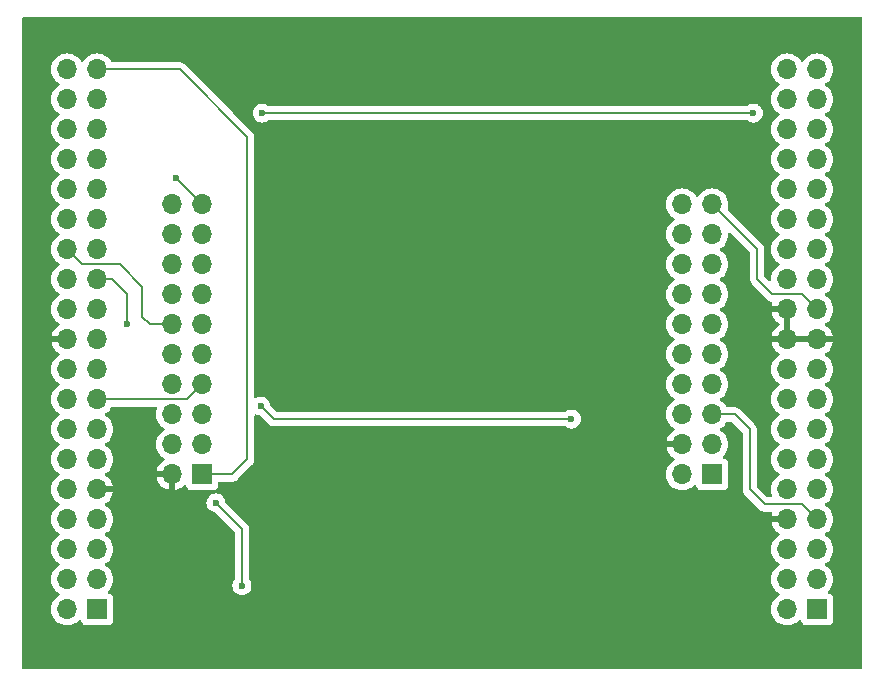
<source format=gbl>
%TF.GenerationSoftware,KiCad,Pcbnew,8.0.7*%
%TF.CreationDate,2025-11-10T19:03:10-05:00*%
%TF.ProjectId,AdapterBoard_McDap,41646170-7465-4724-926f-6172645f4d63,rev?*%
%TF.SameCoordinates,Original*%
%TF.FileFunction,Copper,L2,Bot*%
%TF.FilePolarity,Positive*%
%FSLAX46Y46*%
G04 Gerber Fmt 4.6, Leading zero omitted, Abs format (unit mm)*
G04 Created by KiCad (PCBNEW 8.0.7) date 2025-11-10 19:03:10*
%MOMM*%
%LPD*%
G01*
G04 APERTURE LIST*
%TA.AperFunction,ComponentPad*%
%ADD10R,1.700000X1.700000*%
%TD*%
%TA.AperFunction,ComponentPad*%
%ADD11O,1.700000X1.700000*%
%TD*%
%TA.AperFunction,ViaPad*%
%ADD12C,0.600000*%
%TD*%
%TA.AperFunction,Conductor*%
%ADD13C,0.500000*%
%TD*%
%TA.AperFunction,Conductor*%
%ADD14C,0.200000*%
%TD*%
G04 APERTURE END LIST*
D10*
%TO.P,J2,1,Pin_1*%
%TO.N,PC_9*%
X67310000Y-130810000D03*
D11*
%TO.P,J2,2,Pin_2*%
%TO.N,PC_8*%
X64770000Y-130810000D03*
%TO.P,J2,3,Pin_3*%
%TO.N,PB_8*%
X67310000Y-128270000D03*
%TO.P,J2,4,Pin_4*%
%TO.N,PC_6*%
X64770000Y-128270000D03*
%TO.P,J2,5,Pin_5*%
%TO.N,PB_9*%
X67310000Y-125730000D03*
%TO.P,J2,6,Pin_6*%
%TO.N,PA24*%
X64770000Y-125730000D03*
%TO.P,J2,7,Pin_7*%
%TO.N,AVDD*%
X67310000Y-123190000D03*
%TO.P,J2,8,Pin_8*%
%TO.N,U5V*%
X64770000Y-123190000D03*
%TO.P,J2,9,Pin_9*%
%TO.N,GND*%
X67310000Y-120650000D03*
%TO.P,J2,10,Pin_10*%
%TO.N,PD_6*%
X64770000Y-120650000D03*
%TO.P,J2,11,Pin_11*%
%TO.N,PA_5*%
X67310000Y-118110000D03*
%TO.P,J2,12,Pin_12*%
%TO.N,PA_12*%
X64770000Y-118110000D03*
%TO.P,J2,13,Pin_13*%
%TO.N,PA28*%
X67310000Y-115570000D03*
%TO.P,J2,14,Pin_14*%
%TO.N,PA_11*%
X64770000Y-115570000D03*
%TO.P,J2,15,Pin_15*%
%TO.N,PA31*%
X67310000Y-113030000D03*
%TO.P,J2,16,Pin_16*%
%TO.N,PB9*%
X64770000Y-113030000D03*
%TO.P,J2,17,Pin_17*%
%TO.N,PB_0*%
X67310000Y-110490000D03*
%TO.P,J2,18,Pin_18*%
%TO.N,PB15*%
X64770000Y-110490000D03*
%TO.P,J2,19,Pin_19*%
%TO.N,PC_7*%
X67310000Y-107950000D03*
%TO.P,J2,20,Pin_20*%
%TO.N,GND*%
X64770000Y-107950000D03*
%TO.P,J2,21,Pin_21*%
%TO.N,PA_9*%
X67310000Y-105410000D03*
%TO.P,J2,22,Pin_22*%
%TO.N,PB_2*%
X64770000Y-105410000D03*
%TO.P,J2,23,Pin_23*%
%TO.N,PA_8*%
X67310000Y-102870000D03*
%TO.P,J2,24,Pin_24*%
%TO.N,PB16*%
X64770000Y-102870000D03*
%TO.P,J2,25,Pin_25*%
%TO.N,PB_14*%
X67310000Y-100330000D03*
%TO.P,J2,26,Pin_26*%
%TO.N,PB8*%
X64770000Y-100330000D03*
%TO.P,J2,27,Pin_27*%
%TO.N,PB_4*%
X67310000Y-97790000D03*
%TO.P,J2,28,Pin_28*%
%TO.N,PB_10*%
X64770000Y-97790000D03*
%TO.P,J2,29,Pin_29*%
%TO.N,PB_5*%
X67310000Y-95250000D03*
%TO.P,J2,30,Pin_30*%
%TO.N,PB_13*%
X64770000Y-95250000D03*
%TO.P,J2,31,Pin_31*%
%TO.N,PB_3*%
X67310000Y-92710000D03*
%TO.P,J2,32,Pin_32*%
%TO.N,AGND*%
X64770000Y-92710000D03*
%TO.P,J2,33,Pin_33*%
%TO.N,PA_10*%
X67310000Y-90170000D03*
%TO.P,J2,34,Pin_34*%
%TO.N,PA_2*%
X64770000Y-90170000D03*
%TO.P,J2,35,Pin_35*%
%TO.N,PA13*%
X67310000Y-87630000D03*
%TO.P,J2,36,Pin_36*%
%TO.N,PD_8*%
X64770000Y-87630000D03*
%TO.P,J2,37,Pin_37*%
%TO.N,PB4*%
X67310000Y-85090000D03*
%TO.P,J2,38,Pin_38*%
%TO.N,PD_9*%
X64770000Y-85090000D03*
%TD*%
D10*
%TO.P,J1,1,Pin_1*%
%TO.N,PC_10*%
X128270000Y-130810000D03*
D11*
%TO.P,J1,2,Pin_2*%
%TO.N,PC_11*%
X125730000Y-130810000D03*
%TO.P,J1,3,Pin_3*%
%TO.N,PC_12*%
X128270000Y-128270000D03*
%TO.P,J1,4,Pin_4*%
%TO.N,PB13*%
X125730000Y-128270000D03*
%TO.P,J1,5,Pin_5*%
%TO.N,VDD*%
X128270000Y-125730000D03*
%TO.P,J1,6,Pin_6*%
%TO.N,+5V*%
X125730000Y-125730000D03*
%TO.P,J1,7,Pin_7*%
%TO.N,PA9*%
X128270000Y-123190000D03*
%TO.P,J1,8,Pin_8*%
%TO.N,GND*%
X125730000Y-123190000D03*
%TO.P,J1,9,Pin_9*%
%TO.N,PB12*%
X128270000Y-120650000D03*
%TO.P,J1,10,Pin_10*%
%TO.N,PA25*%
X125730000Y-120650000D03*
%TO.P,J1,11,Pin_11*%
%TO.N,PD_3*%
X128270000Y-118110000D03*
%TO.P,J1,12,Pin_12*%
%TO.N,IOREF*%
X125730000Y-118110000D03*
%TO.P,J1,13,Pin_13*%
%TO.N,PA_13*%
X128270000Y-115570000D03*
%TO.P,J1,14,Pin_14*%
%TO.N,RESET*%
X125730000Y-115570000D03*
%TO.P,J1,15,Pin_15*%
%TO.N,PD_4*%
X128270000Y-113030000D03*
%TO.P,J1,16,Pin_16*%
%TO.N,3V3*%
X125730000Y-113030000D03*
%TO.P,J1,17,Pin_17*%
%TO.N,PA8*%
X128270000Y-110490000D03*
%TO.P,J1,18,Pin_18*%
%TO.N,5V*%
X125730000Y-110490000D03*
%TO.P,J1,19,Pin_19*%
%TO.N,GND*%
X128270000Y-107950000D03*
%TO.P,J1,20,Pin_20*%
X125730000Y-107950000D03*
%TO.P,J1,21,Pin_21*%
%TO.N,PB3*%
X128270000Y-105410000D03*
%TO.P,J1,22,Pin_22*%
%TO.N,GND*%
X125730000Y-105410000D03*
%TO.P,J1,23,Pin_23*%
%TO.N,PC_13*%
X128270000Y-102870000D03*
%TO.P,J1,24,Pin_24*%
%TO.N,VIN*%
X125730000Y-102870000D03*
%TO.P,J1,25,Pin_25*%
%TO.N,PC_14*%
X128270000Y-100330000D03*
%TO.P,J1,26,Pin_26*%
%TO.N,PD_5*%
X125730000Y-100330000D03*
%TO.P,J1,27,Pin_27*%
%TO.N,PC_15*%
X128270000Y-97790000D03*
%TO.P,J1,28,Pin_28*%
%TO.N,PA_0*%
X125730000Y-97790000D03*
%TO.P,J1,29,Pin_29*%
%TO.N,PF_0*%
X128270000Y-95250000D03*
%TO.P,J1,30,Pin_30*%
%TO.N,PA26*%
X125730000Y-95250000D03*
%TO.P,J1,31,Pin_31*%
%TO.N,PF_1*%
X128270000Y-92710000D03*
%TO.P,J1,32,Pin_32*%
%TO.N,PA_4*%
X125730000Y-92710000D03*
%TO.P,J1,33,Pin_33*%
%TO.N,VBAT*%
X128270000Y-90170000D03*
%TO.P,J1,34,Pin_34*%
%TO.N,PB_1*%
X125730000Y-90170000D03*
%TO.P,J1,35,Pin_35*%
%TO.N,PA12*%
X128270000Y-87630000D03*
%TO.P,J1,36,Pin_36*%
%TO.N,PB_11*%
X125730000Y-87630000D03*
%TO.P,J1,37,Pin_37*%
%TO.N,PA27*%
X128270000Y-85090000D03*
%TO.P,J1,38,Pin_38*%
%TO.N,PB_12*%
X125730000Y-85090000D03*
%TD*%
D10*
%TO.P,J3_J1,1,1*%
%TO.N,3V3*%
X119380000Y-119380000D03*
D11*
%TO.P,J3_J1,2,2*%
%TO.N,+5V*%
X116840000Y-119380000D03*
%TO.P,J3_J1,3,3*%
%TO.N,PA25*%
X119380000Y-116840000D03*
%TO.P,J3_J1,4,4*%
%TO.N,GND*%
X116840000Y-116840000D03*
%TO.P,J3_J1,5,5*%
%TO.N,PA9*%
X119380000Y-114300000D03*
%TO.P,J3_J1,6,6*%
%TO.N,PB19*%
X116840000Y-114300000D03*
%TO.P,J3_J1,7,7*%
%TO.N,PA8*%
X119380000Y-111760000D03*
%TO.P,J3_J1,8,8*%
%TO.N,PA22*%
X116840000Y-111760000D03*
%TO.P,J3_J1,9,9*%
%TO.N,PA26*%
X119380000Y-109220000D03*
%TO.P,J3_J1,10,10*%
%TO.N,PB18*%
X116840000Y-109220000D03*
%TO.P,J3_J1,11,11*%
%TO.N,PA_0*%
X119380000Y-106680000D03*
%TO.P,J3_J1,12,12*%
%TO.N,PA18*%
X116840000Y-106680000D03*
%TO.P,J3_J1,13,13*%
%TO.N,PB9*%
X119380000Y-104140000D03*
%TO.P,J3_J1,14,14*%
%TO.N,PA24*%
X116840000Y-104140000D03*
%TO.P,J3_J1,15,15*%
%TO.N,PA27*%
X119380000Y-101600000D03*
%TO.P,J3_J1,16,16*%
%TO.N,PA17*%
X116840000Y-101600000D03*
%TO.P,J3_J1,17,17*%
%TO.N,PA_9*%
X119380000Y-99060000D03*
%TO.P,J3_J1,18,18*%
%TO.N,PA16*%
X116840000Y-99060000D03*
%TO.P,J3_J1,19,19*%
%TO.N,PB3*%
X119380000Y-96520000D03*
%TO.P,J3_J1,20,20*%
%TO.N,PA15*%
X116840000Y-96520000D03*
%TD*%
D10*
%TO.P,J2_J4,1,1*%
%TO.N,PB4*%
X76200000Y-119380000D03*
D11*
%TO.P,J2_J4,2,2*%
%TO.N,GND*%
X73660000Y-119380000D03*
%TO.P,J2_J4,3,3*%
%TO.N,PA_8*%
X76200000Y-116840000D03*
%TO.P,J2_J4,4,4*%
%TO.N,PB12*%
X73660000Y-116840000D03*
%TO.P,J2_J4,5,5*%
%TO.N,PA28*%
X76200000Y-114300000D03*
%TO.P,J2_J4,6,6*%
%TO.N,PB17*%
X73660000Y-114300000D03*
%TO.P,J2_J4,7,7*%
%TO.N,PA31*%
X76200000Y-111760000D03*
%TO.P,J2_J4,8,8*%
%TO.N,PB15*%
X73660000Y-111760000D03*
%TO.P,J2_J4,9,9*%
%TO.N,PB20*%
X76200000Y-109220000D03*
%TO.P,J2_J4,10,10*%
%TO.N,unconnected-(J2_J4-Pad10)*%
X73660000Y-109220000D03*
%TO.P,J2_J4,11,11*%
%TO.N,PB13*%
X76200000Y-106680000D03*
%TO.P,J2_J4,12,12*%
%TO.N,PB8*%
X73660000Y-106680000D03*
%TO.P,J2_J4,13,13*%
%TO.N,PA10*%
X76200000Y-104140000D03*
%TO.P,J2_J4,14,14*%
%TO.N,PB7*%
X73660000Y-104140000D03*
%TO.P,J2_J4,15,15*%
%TO.N,PA11*%
X76200000Y-101600000D03*
%TO.P,J2_J4,16,16*%
%TO.N,PB6*%
X73660000Y-101600000D03*
%TO.P,J2_J4,17,17*%
%TO.N,PA12*%
X76200000Y-99060000D03*
%TO.P,J2_J4,18,18*%
%TO.N,PA_2*%
X73660000Y-99060000D03*
%TO.P,J2_J4,19,19*%
%TO.N,PA13*%
X76200000Y-96520000D03*
%TO.P,J2_J4,20,20*%
%TO.N,PB16*%
X73660000Y-96520000D03*
%TD*%
D12*
%TO.N,PA_8*%
X69850000Y-106680000D03*
%TO.N,PB13*%
X107460000Y-114690000D03*
X81160000Y-113590000D03*
%TO.N,PA13*%
X73960000Y-94290000D03*
%TO.N,PB12*%
X77360000Y-121790000D03*
X79560000Y-128790000D03*
%TO.N,PA12*%
X122870000Y-88780000D03*
X81270000Y-88780000D03*
%TD*%
D13*
%TO.N,GND*%
X116840000Y-116840000D02*
X114300000Y-116840000D01*
X64770000Y-107950000D02*
X62865000Y-107950000D01*
X125730000Y-123190000D02*
X123825000Y-123190000D01*
X67310000Y-120650000D02*
X69215000Y-120650000D01*
D14*
%TO.N,PA_8*%
X68580000Y-102870000D02*
X67310000Y-102870000D01*
X69850000Y-104140000D02*
X68580000Y-102870000D01*
X69850000Y-106680000D02*
X69850000Y-104140000D01*
%TO.N,PB8*%
X73660000Y-106680000D02*
X71755000Y-106680000D01*
X66040000Y-101600000D02*
X64770000Y-100330000D01*
X71755000Y-106680000D02*
X71120000Y-106045000D01*
X69215000Y-101600000D02*
X66040000Y-101600000D01*
X71120000Y-106045000D02*
X71120000Y-103505000D01*
X71120000Y-103505000D02*
X69215000Y-101600000D01*
%TO.N,PB4*%
X76200000Y-119380000D02*
X78740000Y-119380000D01*
X80010000Y-118110000D02*
X80010000Y-90805000D01*
X80010000Y-90805000D02*
X74295000Y-85090000D01*
X74295000Y-85090000D02*
X67310000Y-85090000D01*
X78740000Y-119380000D02*
X80010000Y-118110000D01*
%TO.N,PB13*%
X107460000Y-114690000D02*
X82260000Y-114690000D01*
X82260000Y-114690000D02*
X81160000Y-113590000D01*
%TO.N,PA13*%
X73970000Y-94290000D02*
X76200000Y-96520000D01*
X73960000Y-94290000D02*
X73970000Y-94290000D01*
%TO.N,PB12*%
X77360000Y-121790000D02*
X79560000Y-123990000D01*
X79560000Y-123990000D02*
X79560000Y-128790000D01*
%TO.N,PA12*%
X122870000Y-88780000D02*
X81270000Y-88780000D01*
X81260000Y-88790000D02*
X81270000Y-88780000D01*
%TO.N,PB3*%
X123190000Y-102870000D02*
X124460000Y-104140000D01*
X124460000Y-104140000D02*
X127000000Y-104140000D01*
X119380000Y-96520000D02*
X123190000Y-100330000D01*
X123190000Y-100330000D02*
X123190000Y-102870000D01*
X127000000Y-104140000D02*
X128270000Y-105410000D01*
%TO.N,PA9*%
X123825000Y-121920000D02*
X122555000Y-120650000D01*
X122555000Y-120650000D02*
X122555000Y-115570000D01*
X122555000Y-115570000D02*
X121285000Y-114300000D01*
X128270000Y-123190000D02*
X127000000Y-121920000D01*
X127000000Y-121920000D02*
X123825000Y-121920000D01*
X121285000Y-114300000D02*
X119380000Y-114300000D01*
%TO.N,PA31*%
X74930000Y-113030000D02*
X76200000Y-111760000D01*
X67310000Y-113030000D02*
X74930000Y-113030000D01*
%TD*%
%TA.AperFunction,Conductor*%
%TO.N,GND*%
G36*
X120929473Y-98920911D02*
G01*
X120944431Y-98933666D01*
X122553181Y-100542416D01*
X122586666Y-100603739D01*
X122589500Y-100630097D01*
X122589500Y-102783330D01*
X122589499Y-102783348D01*
X122589499Y-102949054D01*
X122589498Y-102949054D01*
X122630423Y-103101785D01*
X122630424Y-103101788D01*
X122632515Y-103105409D01*
X122632518Y-103105414D01*
X122709477Y-103238712D01*
X122709481Y-103238717D01*
X122828349Y-103357585D01*
X122828355Y-103357590D01*
X123975139Y-104504374D01*
X123975149Y-104504385D01*
X123979479Y-104508715D01*
X123979480Y-104508716D01*
X124091284Y-104620520D01*
X124178095Y-104670639D01*
X124178097Y-104670641D01*
X124228213Y-104699576D01*
X124228215Y-104699577D01*
X124380942Y-104740500D01*
X124380943Y-104740500D01*
X124388792Y-104742603D01*
X124388024Y-104745468D01*
X124438929Y-104767986D01*
X124477401Y-104826310D01*
X124478234Y-104896175D01*
X124471232Y-104915065D01*
X124456568Y-104946511D01*
X124456567Y-104946513D01*
X124399364Y-105159999D01*
X124399364Y-105160000D01*
X125296988Y-105160000D01*
X125264075Y-105217007D01*
X125230000Y-105344174D01*
X125230000Y-105475826D01*
X125264075Y-105602993D01*
X125296988Y-105660000D01*
X124399364Y-105660000D01*
X124456567Y-105873486D01*
X124456570Y-105873492D01*
X124556399Y-106087578D01*
X124691894Y-106281082D01*
X124858917Y-106448105D01*
X125045031Y-106578425D01*
X125088656Y-106633003D01*
X125095848Y-106702501D01*
X125064326Y-106764856D01*
X125045031Y-106781575D01*
X124858922Y-106911890D01*
X124858920Y-106911891D01*
X124691891Y-107078920D01*
X124691886Y-107078926D01*
X124556400Y-107272420D01*
X124556399Y-107272422D01*
X124456570Y-107486507D01*
X124456567Y-107486513D01*
X124399364Y-107699999D01*
X124399364Y-107700000D01*
X125296988Y-107700000D01*
X125264075Y-107757007D01*
X125230000Y-107884174D01*
X125230000Y-108015826D01*
X125264075Y-108142993D01*
X125296988Y-108200000D01*
X124399364Y-108200000D01*
X124456567Y-108413486D01*
X124456570Y-108413492D01*
X124556399Y-108627578D01*
X124691894Y-108821082D01*
X124858917Y-108988105D01*
X125044595Y-109118119D01*
X125088219Y-109172696D01*
X125095412Y-109242195D01*
X125063890Y-109304549D01*
X125044595Y-109321269D01*
X124858594Y-109451508D01*
X124691505Y-109618597D01*
X124555965Y-109812169D01*
X124555964Y-109812171D01*
X124456098Y-110026335D01*
X124456094Y-110026344D01*
X124394938Y-110254586D01*
X124394936Y-110254596D01*
X124374341Y-110489999D01*
X124374341Y-110490000D01*
X124394936Y-110725403D01*
X124394938Y-110725413D01*
X124456094Y-110953655D01*
X124456096Y-110953659D01*
X124456097Y-110953663D01*
X124521283Y-111093454D01*
X124555965Y-111167830D01*
X124555967Y-111167834D01*
X124664281Y-111322521D01*
X124691501Y-111361396D01*
X124691506Y-111361402D01*
X124858597Y-111528493D01*
X124858603Y-111528498D01*
X125044158Y-111658425D01*
X125087783Y-111713002D01*
X125094977Y-111782500D01*
X125063454Y-111844855D01*
X125044158Y-111861575D01*
X124858597Y-111991505D01*
X124691505Y-112158597D01*
X124555965Y-112352169D01*
X124555964Y-112352171D01*
X124456098Y-112566335D01*
X124456094Y-112566344D01*
X124394938Y-112794586D01*
X124394936Y-112794596D01*
X124374341Y-113029999D01*
X124374341Y-113030000D01*
X124394936Y-113265403D01*
X124394938Y-113265413D01*
X124456094Y-113493655D01*
X124456096Y-113493659D01*
X124456097Y-113493663D01*
X124519906Y-113630501D01*
X124555965Y-113707830D01*
X124555967Y-113707834D01*
X124664281Y-113862521D01*
X124691501Y-113901396D01*
X124691506Y-113901402D01*
X124858597Y-114068493D01*
X124858603Y-114068498D01*
X125044158Y-114198425D01*
X125087783Y-114253002D01*
X125094977Y-114322500D01*
X125063454Y-114384855D01*
X125044158Y-114401575D01*
X124858597Y-114531505D01*
X124691505Y-114698597D01*
X124555965Y-114892169D01*
X124555964Y-114892171D01*
X124456098Y-115106335D01*
X124456094Y-115106344D01*
X124394938Y-115334586D01*
X124394936Y-115334596D01*
X124374341Y-115569999D01*
X124374341Y-115570000D01*
X124394936Y-115805403D01*
X124394938Y-115805413D01*
X124456094Y-116033655D01*
X124456096Y-116033659D01*
X124456097Y-116033663D01*
X124521283Y-116173454D01*
X124555965Y-116247830D01*
X124555967Y-116247834D01*
X124646066Y-116376507D01*
X124691501Y-116441396D01*
X124691506Y-116441402D01*
X124858597Y-116608493D01*
X124858603Y-116608498D01*
X125044158Y-116738425D01*
X125087783Y-116793002D01*
X125094977Y-116862500D01*
X125063454Y-116924855D01*
X125044158Y-116941575D01*
X124858597Y-117071505D01*
X124691505Y-117238597D01*
X124555965Y-117432169D01*
X124555964Y-117432171D01*
X124456098Y-117646335D01*
X124456094Y-117646344D01*
X124394938Y-117874586D01*
X124394936Y-117874596D01*
X124374341Y-118109999D01*
X124374341Y-118110000D01*
X124394936Y-118345403D01*
X124394938Y-118345413D01*
X124456094Y-118573655D01*
X124456096Y-118573659D01*
X124456097Y-118573663D01*
X124531486Y-118735335D01*
X124555965Y-118787830D01*
X124555967Y-118787834D01*
X124646066Y-118916507D01*
X124691501Y-118981396D01*
X124691506Y-118981402D01*
X124858597Y-119148493D01*
X124858603Y-119148498D01*
X125044158Y-119278425D01*
X125087783Y-119333002D01*
X125094977Y-119402500D01*
X125063454Y-119464855D01*
X125044158Y-119481575D01*
X124858597Y-119611505D01*
X124691505Y-119778597D01*
X124555965Y-119972169D01*
X124555964Y-119972171D01*
X124456098Y-120186335D01*
X124456094Y-120186344D01*
X124394938Y-120414586D01*
X124394936Y-120414596D01*
X124374341Y-120649999D01*
X124374341Y-120650000D01*
X124394936Y-120885403D01*
X124394938Y-120885413D01*
X124456094Y-121113655D01*
X124456095Y-121113658D01*
X124456097Y-121113663D01*
X124469822Y-121143097D01*
X124480314Y-121212171D01*
X124451795Y-121275956D01*
X124393319Y-121314196D01*
X124357440Y-121319500D01*
X124125097Y-121319500D01*
X124058058Y-121299815D01*
X124037416Y-121283181D01*
X123191819Y-120437584D01*
X123158334Y-120376261D01*
X123155500Y-120349903D01*
X123155500Y-115490945D01*
X123155500Y-115490943D01*
X123150280Y-115471459D01*
X123114577Y-115338215D01*
X123079907Y-115278165D01*
X123035520Y-115201284D01*
X122923716Y-115089480D01*
X122923715Y-115089479D01*
X122919385Y-115085149D01*
X122919374Y-115085139D01*
X121772590Y-113938355D01*
X121772588Y-113938352D01*
X121653717Y-113819481D01*
X121653712Y-113819477D01*
X121527861Y-113746818D01*
X121527859Y-113746817D01*
X121516785Y-113740423D01*
X121364057Y-113699499D01*
X121205943Y-113699499D01*
X121198347Y-113699499D01*
X121198331Y-113699500D01*
X120669091Y-113699500D01*
X120602052Y-113679815D01*
X120556711Y-113627909D01*
X120554037Y-113622175D01*
X120554034Y-113622170D01*
X120554033Y-113622169D01*
X120418495Y-113428599D01*
X120418494Y-113428597D01*
X120251402Y-113261506D01*
X120251396Y-113261501D01*
X120065842Y-113131575D01*
X120022217Y-113076998D01*
X120015023Y-113007500D01*
X120046546Y-112945145D01*
X120065842Y-112928425D01*
X120121438Y-112889496D01*
X120251401Y-112798495D01*
X120418495Y-112631401D01*
X120554035Y-112437830D01*
X120653903Y-112223663D01*
X120715063Y-111995408D01*
X120735659Y-111760000D01*
X120733690Y-111737500D01*
X120726772Y-111658425D01*
X120715063Y-111524592D01*
X120653903Y-111296337D01*
X120554035Y-111082171D01*
X120548425Y-111074158D01*
X120418494Y-110888597D01*
X120251402Y-110721506D01*
X120251396Y-110721501D01*
X120065842Y-110591575D01*
X120022217Y-110536998D01*
X120015023Y-110467500D01*
X120046546Y-110405145D01*
X120065842Y-110388425D01*
X120088026Y-110372891D01*
X120251401Y-110258495D01*
X120418495Y-110091401D01*
X120554035Y-109897830D01*
X120653903Y-109683663D01*
X120715063Y-109455408D01*
X120735659Y-109220000D01*
X120733690Y-109197500D01*
X120726745Y-109118119D01*
X120715063Y-108984592D01*
X120653903Y-108756337D01*
X120554035Y-108542171D01*
X120548425Y-108534158D01*
X120418494Y-108348597D01*
X120251402Y-108181506D01*
X120251396Y-108181501D01*
X120065842Y-108051575D01*
X120022217Y-107996998D01*
X120015023Y-107927500D01*
X120046546Y-107865145D01*
X120065842Y-107848425D01*
X120100724Y-107824000D01*
X120251401Y-107718495D01*
X120418495Y-107551401D01*
X120554035Y-107357830D01*
X120653903Y-107143663D01*
X120715063Y-106915408D01*
X120735659Y-106680000D01*
X120733690Y-106657500D01*
X120726772Y-106578425D01*
X120715063Y-106444592D01*
X120653903Y-106216337D01*
X120554035Y-106002171D01*
X120554034Y-106002169D01*
X120418494Y-105808597D01*
X120251402Y-105641506D01*
X120251396Y-105641501D01*
X120065842Y-105511575D01*
X120022217Y-105456998D01*
X120015023Y-105387500D01*
X120046546Y-105325145D01*
X120065842Y-105308425D01*
X120100724Y-105284000D01*
X120251401Y-105178495D01*
X120418495Y-105011401D01*
X120554035Y-104817830D01*
X120653903Y-104603663D01*
X120715063Y-104375408D01*
X120735659Y-104140000D01*
X120733690Y-104117500D01*
X120727263Y-104044035D01*
X120715063Y-103904592D01*
X120653903Y-103676337D01*
X120554035Y-103462171D01*
X120548425Y-103454158D01*
X120418494Y-103268597D01*
X120251402Y-103101506D01*
X120251396Y-103101501D01*
X120065842Y-102971575D01*
X120022217Y-102916998D01*
X120015023Y-102847500D01*
X120046546Y-102785145D01*
X120065842Y-102768425D01*
X120224139Y-102657584D01*
X120251401Y-102638495D01*
X120418495Y-102471401D01*
X120554035Y-102277830D01*
X120653903Y-102063663D01*
X120715063Y-101835408D01*
X120735659Y-101600000D01*
X120733690Y-101577500D01*
X120726772Y-101498425D01*
X120715063Y-101364592D01*
X120653903Y-101136337D01*
X120554035Y-100922171D01*
X120548425Y-100914158D01*
X120418494Y-100728597D01*
X120251402Y-100561506D01*
X120251396Y-100561501D01*
X120065842Y-100431575D01*
X120022217Y-100376998D01*
X120015023Y-100307500D01*
X120046546Y-100245145D01*
X120065842Y-100228425D01*
X120088026Y-100212891D01*
X120251401Y-100098495D01*
X120418495Y-99931401D01*
X120554035Y-99737830D01*
X120653903Y-99523663D01*
X120715063Y-99295408D01*
X120735659Y-99060000D01*
X120733222Y-99032154D01*
X120746987Y-98963657D01*
X120795601Y-98913473D01*
X120863629Y-98897538D01*
X120929473Y-98920911D01*
G37*
%TD.AperFunction*%
%TA.AperFunction,Conductor*%
G36*
X127804075Y-107757007D02*
G01*
X127770000Y-107884174D01*
X127770000Y-108015826D01*
X127804075Y-108142993D01*
X127836988Y-108200000D01*
X126163012Y-108200000D01*
X126195925Y-108142993D01*
X126230000Y-108015826D01*
X126230000Y-107884174D01*
X126195925Y-107757007D01*
X126163012Y-107700000D01*
X127836988Y-107700000D01*
X127804075Y-107757007D01*
G37*
%TD.AperFunction*%
%TA.AperFunction,Conductor*%
G36*
X125980000Y-107516988D02*
G01*
X125922993Y-107484075D01*
X125795826Y-107450000D01*
X125664174Y-107450000D01*
X125537007Y-107484075D01*
X125480000Y-107516988D01*
X125480000Y-105843012D01*
X125537007Y-105875925D01*
X125664174Y-105910000D01*
X125795826Y-105910000D01*
X125922993Y-105875925D01*
X125980000Y-105843012D01*
X125980000Y-107516988D01*
G37*
%TD.AperFunction*%
%TA.AperFunction,Conductor*%
G36*
X132023039Y-80664685D02*
G01*
X132068794Y-80717489D01*
X132080000Y-80769000D01*
X132080000Y-135766000D01*
X132060315Y-135833039D01*
X132007511Y-135878794D01*
X131956000Y-135890000D01*
X61084000Y-135890000D01*
X61016961Y-135870315D01*
X60971206Y-135817511D01*
X60960000Y-135766000D01*
X60960000Y-85089999D01*
X63414341Y-85089999D01*
X63414341Y-85090000D01*
X63434936Y-85325403D01*
X63434938Y-85325413D01*
X63496094Y-85553655D01*
X63496096Y-85553659D01*
X63496097Y-85553663D01*
X63568839Y-85709658D01*
X63595965Y-85767830D01*
X63595967Y-85767834D01*
X63704281Y-85922521D01*
X63731501Y-85961396D01*
X63731506Y-85961402D01*
X63898597Y-86128493D01*
X63898603Y-86128498D01*
X64084158Y-86258425D01*
X64127783Y-86313002D01*
X64134977Y-86382500D01*
X64103454Y-86444855D01*
X64084158Y-86461575D01*
X63898597Y-86591505D01*
X63731505Y-86758597D01*
X63595965Y-86952169D01*
X63595964Y-86952171D01*
X63496098Y-87166335D01*
X63496094Y-87166344D01*
X63434938Y-87394586D01*
X63434936Y-87394596D01*
X63414341Y-87629999D01*
X63414341Y-87630000D01*
X63434936Y-87865403D01*
X63434938Y-87865413D01*
X63496094Y-88093655D01*
X63496096Y-88093659D01*
X63496097Y-88093663D01*
X63535823Y-88178855D01*
X63595965Y-88307830D01*
X63595967Y-88307834D01*
X63681843Y-88430476D01*
X63731501Y-88501396D01*
X63731506Y-88501402D01*
X63898597Y-88668493D01*
X63898603Y-88668498D01*
X64084158Y-88798425D01*
X64127783Y-88853002D01*
X64134977Y-88922500D01*
X64103454Y-88984855D01*
X64084158Y-89001575D01*
X63898597Y-89131505D01*
X63731505Y-89298597D01*
X63595965Y-89492169D01*
X63595964Y-89492171D01*
X63496098Y-89706335D01*
X63496094Y-89706344D01*
X63434938Y-89934586D01*
X63434936Y-89934596D01*
X63414341Y-90169999D01*
X63414341Y-90170000D01*
X63434936Y-90405403D01*
X63434938Y-90405413D01*
X63496094Y-90633655D01*
X63496096Y-90633659D01*
X63496097Y-90633663D01*
X63576004Y-90805023D01*
X63595965Y-90847830D01*
X63595967Y-90847834D01*
X63704281Y-91002521D01*
X63731501Y-91041396D01*
X63731506Y-91041402D01*
X63898597Y-91208493D01*
X63898603Y-91208498D01*
X64084158Y-91338425D01*
X64127783Y-91393002D01*
X64134977Y-91462500D01*
X64103454Y-91524855D01*
X64084158Y-91541575D01*
X63898597Y-91671505D01*
X63731505Y-91838597D01*
X63595965Y-92032169D01*
X63595964Y-92032171D01*
X63496098Y-92246335D01*
X63496094Y-92246344D01*
X63434938Y-92474586D01*
X63434936Y-92474596D01*
X63414341Y-92709999D01*
X63414341Y-92710000D01*
X63434936Y-92945403D01*
X63434938Y-92945413D01*
X63496094Y-93173655D01*
X63496096Y-93173659D01*
X63496097Y-93173663D01*
X63500000Y-93182032D01*
X63595965Y-93387830D01*
X63595967Y-93387834D01*
X63677749Y-93504630D01*
X63731501Y-93581396D01*
X63731506Y-93581402D01*
X63898597Y-93748493D01*
X63898603Y-93748498D01*
X64084158Y-93878425D01*
X64127783Y-93933002D01*
X64134977Y-94002500D01*
X64103454Y-94064855D01*
X64084158Y-94081575D01*
X63898597Y-94211505D01*
X63731505Y-94378597D01*
X63595965Y-94572169D01*
X63595964Y-94572171D01*
X63496098Y-94786335D01*
X63496094Y-94786344D01*
X63434938Y-95014586D01*
X63434936Y-95014596D01*
X63414341Y-95249999D01*
X63414341Y-95250000D01*
X63434936Y-95485403D01*
X63434938Y-95485413D01*
X63496094Y-95713655D01*
X63496096Y-95713659D01*
X63496097Y-95713663D01*
X63561283Y-95853454D01*
X63595965Y-95927830D01*
X63595967Y-95927834D01*
X63704281Y-96082521D01*
X63731501Y-96121396D01*
X63731506Y-96121402D01*
X63898597Y-96288493D01*
X63898603Y-96288498D01*
X64084158Y-96418425D01*
X64127783Y-96473002D01*
X64134977Y-96542500D01*
X64103454Y-96604855D01*
X64084158Y-96621575D01*
X63898597Y-96751505D01*
X63731505Y-96918597D01*
X63595965Y-97112169D01*
X63595964Y-97112171D01*
X63496098Y-97326335D01*
X63496094Y-97326344D01*
X63434938Y-97554586D01*
X63434936Y-97554596D01*
X63414341Y-97789999D01*
X63414341Y-97790000D01*
X63434936Y-98025403D01*
X63434938Y-98025413D01*
X63496094Y-98253655D01*
X63496096Y-98253659D01*
X63496097Y-98253663D01*
X63561283Y-98393454D01*
X63595965Y-98467830D01*
X63595967Y-98467834D01*
X63704281Y-98622521D01*
X63731501Y-98661396D01*
X63731506Y-98661402D01*
X63898597Y-98828493D01*
X63898603Y-98828498D01*
X64084158Y-98958425D01*
X64127783Y-99013002D01*
X64134977Y-99082500D01*
X64103454Y-99144855D01*
X64084158Y-99161575D01*
X63898597Y-99291505D01*
X63731505Y-99458597D01*
X63595965Y-99652169D01*
X63595964Y-99652171D01*
X63496098Y-99866335D01*
X63496094Y-99866344D01*
X63434938Y-100094586D01*
X63434936Y-100094596D01*
X63414341Y-100329999D01*
X63414341Y-100330000D01*
X63434936Y-100565403D01*
X63434938Y-100565413D01*
X63496094Y-100793655D01*
X63496096Y-100793659D01*
X63496097Y-100793663D01*
X63561283Y-100933454D01*
X63595965Y-101007830D01*
X63595967Y-101007834D01*
X63704281Y-101162521D01*
X63731501Y-101201396D01*
X63731506Y-101201402D01*
X63898597Y-101368493D01*
X63898603Y-101368498D01*
X64084158Y-101498425D01*
X64127783Y-101553002D01*
X64134977Y-101622500D01*
X64103454Y-101684855D01*
X64084158Y-101701575D01*
X63898597Y-101831505D01*
X63731505Y-101998597D01*
X63595965Y-102192169D01*
X63595964Y-102192171D01*
X63496098Y-102406335D01*
X63496094Y-102406344D01*
X63434938Y-102634586D01*
X63434936Y-102634596D01*
X63414341Y-102869999D01*
X63414341Y-102870000D01*
X63434936Y-103105403D01*
X63434938Y-103105413D01*
X63496094Y-103333655D01*
X63496096Y-103333659D01*
X63496097Y-103333663D01*
X63561283Y-103473454D01*
X63595965Y-103547830D01*
X63595967Y-103547834D01*
X63698283Y-103693955D01*
X63731501Y-103741396D01*
X63731506Y-103741402D01*
X63898597Y-103908493D01*
X63898603Y-103908498D01*
X64084158Y-104038425D01*
X64127783Y-104093002D01*
X64134977Y-104162500D01*
X64103454Y-104224855D01*
X64084158Y-104241575D01*
X63898597Y-104371505D01*
X63731505Y-104538597D01*
X63595965Y-104732169D01*
X63595964Y-104732171D01*
X63496098Y-104946335D01*
X63496094Y-104946344D01*
X63434938Y-105174586D01*
X63434936Y-105174596D01*
X63414341Y-105409999D01*
X63414341Y-105410000D01*
X63434936Y-105645403D01*
X63434938Y-105645413D01*
X63496094Y-105873655D01*
X63496096Y-105873659D01*
X63496097Y-105873663D01*
X63558697Y-106007909D01*
X63595965Y-106087830D01*
X63595967Y-106087834D01*
X63704281Y-106242521D01*
X63731504Y-106281400D01*
X63731506Y-106281402D01*
X63898597Y-106448493D01*
X63898603Y-106448498D01*
X64084594Y-106578730D01*
X64128219Y-106633307D01*
X64135413Y-106702805D01*
X64103890Y-106765160D01*
X64084595Y-106781880D01*
X63898922Y-106911890D01*
X63898920Y-106911891D01*
X63731891Y-107078920D01*
X63731886Y-107078926D01*
X63596400Y-107272420D01*
X63596399Y-107272422D01*
X63496570Y-107486507D01*
X63496567Y-107486513D01*
X63439364Y-107699999D01*
X63439364Y-107700000D01*
X64336988Y-107700000D01*
X64304075Y-107757007D01*
X64270000Y-107884174D01*
X64270000Y-108015826D01*
X64304075Y-108142993D01*
X64336988Y-108200000D01*
X63439364Y-108200000D01*
X63496567Y-108413486D01*
X63496570Y-108413492D01*
X63596399Y-108627578D01*
X63731894Y-108821082D01*
X63898917Y-108988105D01*
X64084595Y-109118119D01*
X64128219Y-109172696D01*
X64135412Y-109242195D01*
X64103890Y-109304549D01*
X64084595Y-109321269D01*
X63898594Y-109451508D01*
X63731505Y-109618597D01*
X63595965Y-109812169D01*
X63595964Y-109812171D01*
X63496098Y-110026335D01*
X63496094Y-110026344D01*
X63434938Y-110254586D01*
X63434936Y-110254596D01*
X63414341Y-110489999D01*
X63414341Y-110490000D01*
X63434936Y-110725403D01*
X63434938Y-110725413D01*
X63496094Y-110953655D01*
X63496096Y-110953659D01*
X63496097Y-110953663D01*
X63561283Y-111093454D01*
X63595965Y-111167830D01*
X63595967Y-111167834D01*
X63704281Y-111322521D01*
X63731501Y-111361396D01*
X63731506Y-111361402D01*
X63898597Y-111528493D01*
X63898603Y-111528498D01*
X64084158Y-111658425D01*
X64127783Y-111713002D01*
X64134977Y-111782500D01*
X64103454Y-111844855D01*
X64084158Y-111861575D01*
X63898597Y-111991505D01*
X63731505Y-112158597D01*
X63595965Y-112352169D01*
X63595964Y-112352171D01*
X63496098Y-112566335D01*
X63496094Y-112566344D01*
X63434938Y-112794586D01*
X63434936Y-112794596D01*
X63414341Y-113029999D01*
X63414341Y-113030000D01*
X63434936Y-113265403D01*
X63434938Y-113265413D01*
X63496094Y-113493655D01*
X63496096Y-113493659D01*
X63496097Y-113493663D01*
X63559906Y-113630501D01*
X63595965Y-113707830D01*
X63595967Y-113707834D01*
X63704281Y-113862521D01*
X63731501Y-113901396D01*
X63731506Y-113901402D01*
X63898597Y-114068493D01*
X63898603Y-114068498D01*
X64084158Y-114198425D01*
X64127783Y-114253002D01*
X64134977Y-114322500D01*
X64103454Y-114384855D01*
X64084158Y-114401575D01*
X63898597Y-114531505D01*
X63731505Y-114698597D01*
X63595965Y-114892169D01*
X63595964Y-114892171D01*
X63496098Y-115106335D01*
X63496094Y-115106344D01*
X63434938Y-115334586D01*
X63434936Y-115334596D01*
X63414341Y-115569999D01*
X63414341Y-115570000D01*
X63434936Y-115805403D01*
X63434938Y-115805413D01*
X63496094Y-116033655D01*
X63496096Y-116033659D01*
X63496097Y-116033663D01*
X63561283Y-116173454D01*
X63595965Y-116247830D01*
X63595967Y-116247834D01*
X63686066Y-116376507D01*
X63731501Y-116441396D01*
X63731506Y-116441402D01*
X63898597Y-116608493D01*
X63898603Y-116608498D01*
X64084158Y-116738425D01*
X64127783Y-116793002D01*
X64134977Y-116862500D01*
X64103454Y-116924855D01*
X64084158Y-116941575D01*
X63898597Y-117071505D01*
X63731505Y-117238597D01*
X63595965Y-117432169D01*
X63595964Y-117432171D01*
X63496098Y-117646335D01*
X63496094Y-117646344D01*
X63434938Y-117874586D01*
X63434936Y-117874596D01*
X63414341Y-118109999D01*
X63414341Y-118110000D01*
X63434936Y-118345403D01*
X63434938Y-118345413D01*
X63496094Y-118573655D01*
X63496096Y-118573659D01*
X63496097Y-118573663D01*
X63571486Y-118735335D01*
X63595965Y-118787830D01*
X63595967Y-118787834D01*
X63686066Y-118916507D01*
X63731501Y-118981396D01*
X63731506Y-118981402D01*
X63898597Y-119148493D01*
X63898603Y-119148498D01*
X64084158Y-119278425D01*
X64127783Y-119333002D01*
X64134977Y-119402500D01*
X64103454Y-119464855D01*
X64084158Y-119481575D01*
X63898597Y-119611505D01*
X63731505Y-119778597D01*
X63595965Y-119972169D01*
X63595964Y-119972171D01*
X63496098Y-120186335D01*
X63496094Y-120186344D01*
X63434938Y-120414586D01*
X63434936Y-120414596D01*
X63414341Y-120649999D01*
X63414341Y-120650000D01*
X63434936Y-120885403D01*
X63434938Y-120885413D01*
X63496094Y-121113655D01*
X63496096Y-121113659D01*
X63496097Y-121113663D01*
X63577269Y-121287737D01*
X63595965Y-121327830D01*
X63595967Y-121327834D01*
X63674842Y-121440478D01*
X63731501Y-121521396D01*
X63731506Y-121521402D01*
X63898597Y-121688493D01*
X63898603Y-121688498D01*
X64084158Y-121818425D01*
X64127783Y-121873002D01*
X64134977Y-121942500D01*
X64103454Y-122004855D01*
X64084158Y-122021575D01*
X63898597Y-122151505D01*
X63731505Y-122318597D01*
X63595965Y-122512169D01*
X63595964Y-122512171D01*
X63496098Y-122726335D01*
X63496094Y-122726344D01*
X63434938Y-122954586D01*
X63434936Y-122954596D01*
X63414341Y-123189999D01*
X63414341Y-123190000D01*
X63434936Y-123425403D01*
X63434938Y-123425413D01*
X63496094Y-123653655D01*
X63496096Y-123653659D01*
X63496097Y-123653663D01*
X63544850Y-123758214D01*
X63595965Y-123867830D01*
X63595967Y-123867834D01*
X63626154Y-123910945D01*
X63731504Y-124061400D01*
X63731506Y-124061402D01*
X63898597Y-124228493D01*
X63898603Y-124228498D01*
X64084158Y-124358425D01*
X64127783Y-124413002D01*
X64134977Y-124482500D01*
X64103454Y-124544855D01*
X64084158Y-124561575D01*
X63898597Y-124691505D01*
X63731505Y-124858597D01*
X63595965Y-125052169D01*
X63595964Y-125052171D01*
X63496098Y-125266335D01*
X63496094Y-125266344D01*
X63434938Y-125494586D01*
X63434936Y-125494596D01*
X63414341Y-125729999D01*
X63414341Y-125730000D01*
X63434936Y-125965403D01*
X63434938Y-125965413D01*
X63496094Y-126193655D01*
X63496096Y-126193659D01*
X63496097Y-126193663D01*
X63500000Y-126202032D01*
X63595965Y-126407830D01*
X63595967Y-126407834D01*
X63704281Y-126562521D01*
X63731501Y-126601396D01*
X63731506Y-126601402D01*
X63898597Y-126768493D01*
X63898603Y-126768498D01*
X64084158Y-126898425D01*
X64127783Y-126953002D01*
X64134977Y-127022500D01*
X64103454Y-127084855D01*
X64084158Y-127101575D01*
X63898597Y-127231505D01*
X63731505Y-127398597D01*
X63595965Y-127592169D01*
X63595964Y-127592171D01*
X63496098Y-127806335D01*
X63496094Y-127806344D01*
X63434938Y-128034586D01*
X63434936Y-128034596D01*
X63414341Y-128269999D01*
X63414341Y-128270000D01*
X63434936Y-128505403D01*
X63434938Y-128505413D01*
X63496094Y-128733655D01*
X63496096Y-128733659D01*
X63496097Y-128733663D01*
X63522369Y-128790003D01*
X63595965Y-128947830D01*
X63595967Y-128947834D01*
X63704281Y-129102521D01*
X63731501Y-129141396D01*
X63731506Y-129141402D01*
X63898597Y-129308493D01*
X63898603Y-129308498D01*
X64084158Y-129438425D01*
X64127783Y-129493002D01*
X64134977Y-129562500D01*
X64103454Y-129624855D01*
X64084158Y-129641575D01*
X63898597Y-129771505D01*
X63731505Y-129938597D01*
X63595965Y-130132169D01*
X63595964Y-130132171D01*
X63496098Y-130346335D01*
X63496094Y-130346344D01*
X63434938Y-130574586D01*
X63434936Y-130574596D01*
X63414341Y-130809999D01*
X63414341Y-130810000D01*
X63434936Y-131045403D01*
X63434938Y-131045413D01*
X63496094Y-131273655D01*
X63496096Y-131273659D01*
X63496097Y-131273663D01*
X63580499Y-131454663D01*
X63595965Y-131487830D01*
X63595967Y-131487834D01*
X63704281Y-131642521D01*
X63731505Y-131681401D01*
X63898599Y-131848495D01*
X63995384Y-131916265D01*
X64092165Y-131984032D01*
X64092167Y-131984033D01*
X64092170Y-131984035D01*
X64306337Y-132083903D01*
X64534592Y-132145063D01*
X64711034Y-132160500D01*
X64769999Y-132165659D01*
X64770000Y-132165659D01*
X64770001Y-132165659D01*
X64828966Y-132160500D01*
X65005408Y-132145063D01*
X65233663Y-132083903D01*
X65447830Y-131984035D01*
X65641401Y-131848495D01*
X65763329Y-131726566D01*
X65824648Y-131693084D01*
X65894340Y-131698068D01*
X65950274Y-131739939D01*
X65967189Y-131770917D01*
X66016202Y-131902328D01*
X66016206Y-131902335D01*
X66102452Y-132017544D01*
X66102455Y-132017547D01*
X66217664Y-132103793D01*
X66217671Y-132103797D01*
X66352517Y-132154091D01*
X66352516Y-132154091D01*
X66359444Y-132154835D01*
X66412127Y-132160500D01*
X68207872Y-132160499D01*
X68267483Y-132154091D01*
X68402331Y-132103796D01*
X68517546Y-132017546D01*
X68603796Y-131902331D01*
X68654091Y-131767483D01*
X68660500Y-131707873D01*
X68660499Y-129912128D01*
X68654091Y-129852517D01*
X68652810Y-129849083D01*
X68603797Y-129717671D01*
X68603793Y-129717664D01*
X68517547Y-129602455D01*
X68517544Y-129602452D01*
X68402335Y-129516206D01*
X68402328Y-129516202D01*
X68270917Y-129467189D01*
X68214983Y-129425318D01*
X68190566Y-129359853D01*
X68205418Y-129291580D01*
X68226563Y-129263332D01*
X68348495Y-129141401D01*
X68484035Y-128947830D01*
X68583903Y-128733663D01*
X68645063Y-128505408D01*
X68665659Y-128270000D01*
X68645063Y-128034592D01*
X68583903Y-127806337D01*
X68484035Y-127592171D01*
X68478425Y-127584158D01*
X68348494Y-127398597D01*
X68181402Y-127231506D01*
X68181396Y-127231501D01*
X67995842Y-127101575D01*
X67952217Y-127046998D01*
X67945023Y-126977500D01*
X67976546Y-126915145D01*
X67995842Y-126898425D01*
X68018026Y-126882891D01*
X68181401Y-126768495D01*
X68348495Y-126601401D01*
X68484035Y-126407830D01*
X68583903Y-126193663D01*
X68645063Y-125965408D01*
X68665659Y-125730000D01*
X68645063Y-125494592D01*
X68583903Y-125266337D01*
X68484035Y-125052171D01*
X68478425Y-125044158D01*
X68348494Y-124858597D01*
X68181402Y-124691506D01*
X68181396Y-124691501D01*
X67995842Y-124561575D01*
X67952217Y-124506998D01*
X67945023Y-124437500D01*
X67976546Y-124375145D01*
X67995842Y-124358425D01*
X68131067Y-124263739D01*
X68181401Y-124228495D01*
X68348495Y-124061401D01*
X68484035Y-123867830D01*
X68583903Y-123653663D01*
X68645063Y-123425408D01*
X68665659Y-123190000D01*
X68645063Y-122954592D01*
X68583903Y-122726337D01*
X68484035Y-122512171D01*
X68478425Y-122504158D01*
X68348494Y-122318597D01*
X68181402Y-122151506D01*
X68181401Y-122151505D01*
X67995405Y-122021269D01*
X67951781Y-121966692D01*
X67944588Y-121897193D01*
X67976110Y-121834839D01*
X67995405Y-121818119D01*
X68035568Y-121789996D01*
X76554435Y-121789996D01*
X76554435Y-121790003D01*
X76574630Y-121969249D01*
X76574631Y-121969254D01*
X76634211Y-122139523D01*
X76641742Y-122151508D01*
X76730184Y-122292262D01*
X76857738Y-122419816D01*
X77010478Y-122515789D01*
X77180745Y-122575368D01*
X77267669Y-122585161D01*
X77332080Y-122612226D01*
X77341465Y-122620700D01*
X78923181Y-124202416D01*
X78956666Y-124263739D01*
X78959500Y-124290097D01*
X78959500Y-128207587D01*
X78939815Y-128274626D01*
X78932450Y-128284896D01*
X78930186Y-128287734D01*
X78834211Y-128440476D01*
X78774631Y-128610745D01*
X78774630Y-128610750D01*
X78754435Y-128789996D01*
X78754435Y-128790003D01*
X78774630Y-128969249D01*
X78774631Y-128969254D01*
X78834211Y-129139523D01*
X78835392Y-129141402D01*
X78930184Y-129292262D01*
X79057738Y-129419816D01*
X79210478Y-129515789D01*
X79380745Y-129575368D01*
X79380750Y-129575369D01*
X79559996Y-129595565D01*
X79560000Y-129595565D01*
X79560004Y-129595565D01*
X79739249Y-129575369D01*
X79739252Y-129575368D01*
X79739255Y-129575368D01*
X79909522Y-129515789D01*
X80062262Y-129419816D01*
X80189816Y-129292262D01*
X80285789Y-129139522D01*
X80345368Y-128969255D01*
X80345369Y-128969249D01*
X80365565Y-128790003D01*
X80365565Y-128789996D01*
X80345369Y-128610750D01*
X80345368Y-128610745D01*
X80285788Y-128440476D01*
X80189813Y-128287734D01*
X80187550Y-128284896D01*
X80186659Y-128282715D01*
X80186111Y-128281842D01*
X80186264Y-128281745D01*
X80161144Y-128220209D01*
X80160500Y-128207587D01*
X80160500Y-124079059D01*
X80160501Y-124079046D01*
X80160501Y-123910945D01*
X80160501Y-123910943D01*
X80119577Y-123758215D01*
X80090639Y-123708095D01*
X80040520Y-123621284D01*
X79928716Y-123509480D01*
X79928715Y-123509479D01*
X79924385Y-123505149D01*
X79924374Y-123505139D01*
X78190700Y-121771465D01*
X78157215Y-121710142D01*
X78155163Y-121697686D01*
X78145368Y-121610745D01*
X78085789Y-121440478D01*
X77989816Y-121287738D01*
X77862262Y-121160184D01*
X77846054Y-121150000D01*
X77709523Y-121064211D01*
X77539254Y-121004631D01*
X77539249Y-121004630D01*
X77360004Y-120984435D01*
X77359996Y-120984435D01*
X77180750Y-121004630D01*
X77180745Y-121004631D01*
X77010476Y-121064211D01*
X76857737Y-121160184D01*
X76730184Y-121287737D01*
X76634211Y-121440476D01*
X76574631Y-121610745D01*
X76574630Y-121610750D01*
X76554435Y-121789996D01*
X68035568Y-121789996D01*
X68181082Y-121688105D01*
X68348105Y-121521082D01*
X68483600Y-121327578D01*
X68583429Y-121113492D01*
X68583432Y-121113486D01*
X68640636Y-120900000D01*
X67743012Y-120900000D01*
X67775925Y-120842993D01*
X67810000Y-120715826D01*
X67810000Y-120584174D01*
X67775925Y-120457007D01*
X67743012Y-120400000D01*
X68640636Y-120400000D01*
X68640635Y-120399999D01*
X68583432Y-120186513D01*
X68583429Y-120186507D01*
X68483600Y-119972422D01*
X68483599Y-119972420D01*
X68348113Y-119778926D01*
X68348108Y-119778920D01*
X68181078Y-119611890D01*
X67995405Y-119481879D01*
X67951780Y-119427302D01*
X67944588Y-119357804D01*
X67976110Y-119295449D01*
X67995406Y-119278730D01*
X68030724Y-119254000D01*
X68181401Y-119148495D01*
X68348495Y-118981401D01*
X68484035Y-118787830D01*
X68583903Y-118573663D01*
X68645063Y-118345408D01*
X68665659Y-118110000D01*
X68645063Y-117874592D01*
X68583903Y-117646337D01*
X68484035Y-117432171D01*
X68478425Y-117424158D01*
X68348494Y-117238597D01*
X68181402Y-117071506D01*
X68181396Y-117071501D01*
X67995842Y-116941575D01*
X67952217Y-116886998D01*
X67945023Y-116817500D01*
X67976546Y-116755145D01*
X67995842Y-116738425D01*
X68030724Y-116714000D01*
X68181401Y-116608495D01*
X68348495Y-116441401D01*
X68484035Y-116247830D01*
X68583903Y-116033663D01*
X68645063Y-115805408D01*
X68665659Y-115570000D01*
X68663690Y-115547500D01*
X68657380Y-115475369D01*
X68645063Y-115334592D01*
X68583903Y-115106337D01*
X68484035Y-114892171D01*
X68478425Y-114884158D01*
X68348494Y-114698597D01*
X68181402Y-114531506D01*
X68181396Y-114531501D01*
X67995842Y-114401575D01*
X67952217Y-114346998D01*
X67945023Y-114277500D01*
X67976546Y-114215145D01*
X67995842Y-114198425D01*
X68032755Y-114172578D01*
X68181401Y-114068495D01*
X68348495Y-113901401D01*
X68484035Y-113707830D01*
X68486707Y-113702097D01*
X68532878Y-113649658D01*
X68599091Y-113630500D01*
X72287440Y-113630500D01*
X72354479Y-113650185D01*
X72400234Y-113702989D01*
X72410178Y-113772147D01*
X72399823Y-113806900D01*
X72386098Y-113836335D01*
X72386096Y-113836340D01*
X72386094Y-113836344D01*
X72324938Y-114064586D01*
X72324936Y-114064596D01*
X72304341Y-114299999D01*
X72304341Y-114300000D01*
X72324936Y-114535403D01*
X72324938Y-114535413D01*
X72386094Y-114763655D01*
X72386096Y-114763659D01*
X72386097Y-114763663D01*
X72451283Y-114903454D01*
X72485965Y-114977830D01*
X72485967Y-114977834D01*
X72594281Y-115132521D01*
X72621501Y-115171396D01*
X72621506Y-115171402D01*
X72788597Y-115338493D01*
X72788603Y-115338498D01*
X72974158Y-115468425D01*
X73017783Y-115523002D01*
X73024977Y-115592500D01*
X72993454Y-115654855D01*
X72974158Y-115671575D01*
X72788597Y-115801505D01*
X72621505Y-115968597D01*
X72485965Y-116162169D01*
X72485964Y-116162171D01*
X72386098Y-116376335D01*
X72386094Y-116376344D01*
X72324938Y-116604586D01*
X72324936Y-116604596D01*
X72304341Y-116839999D01*
X72304341Y-116840000D01*
X72324936Y-117075403D01*
X72324938Y-117075413D01*
X72386094Y-117303655D01*
X72386096Y-117303659D01*
X72386097Y-117303663D01*
X72451283Y-117443454D01*
X72485965Y-117517830D01*
X72485967Y-117517834D01*
X72594281Y-117672521D01*
X72621505Y-117711401D01*
X72788599Y-117878495D01*
X72955439Y-117995318D01*
X72974594Y-118008730D01*
X73018219Y-118063307D01*
X73025413Y-118132805D01*
X72993890Y-118195160D01*
X72974595Y-118211880D01*
X72788922Y-118341890D01*
X72788920Y-118341891D01*
X72621891Y-118508920D01*
X72621886Y-118508926D01*
X72486400Y-118702420D01*
X72486399Y-118702422D01*
X72386570Y-118916507D01*
X72386567Y-118916513D01*
X72329364Y-119129999D01*
X72329364Y-119130000D01*
X73226988Y-119130000D01*
X73194075Y-119187007D01*
X73160000Y-119314174D01*
X73160000Y-119445826D01*
X73194075Y-119572993D01*
X73226988Y-119630000D01*
X72329364Y-119630000D01*
X72386567Y-119843486D01*
X72386570Y-119843492D01*
X72486399Y-120057578D01*
X72621894Y-120251082D01*
X72788917Y-120418105D01*
X72982421Y-120553600D01*
X73196507Y-120653429D01*
X73196516Y-120653433D01*
X73410000Y-120710634D01*
X73410000Y-119813012D01*
X73467007Y-119845925D01*
X73594174Y-119880000D01*
X73725826Y-119880000D01*
X73852993Y-119845925D01*
X73910000Y-119813012D01*
X73910000Y-120710633D01*
X74123483Y-120653433D01*
X74123492Y-120653429D01*
X74337578Y-120553600D01*
X74531078Y-120418108D01*
X74653133Y-120296053D01*
X74714456Y-120262568D01*
X74784148Y-120267552D01*
X74840082Y-120309423D01*
X74856997Y-120340401D01*
X74906202Y-120472328D01*
X74906206Y-120472335D01*
X74992452Y-120587544D01*
X74992455Y-120587547D01*
X75107664Y-120673793D01*
X75107671Y-120673797D01*
X75242517Y-120724091D01*
X75242516Y-120724091D01*
X75249444Y-120724835D01*
X75302127Y-120730500D01*
X77097872Y-120730499D01*
X77157483Y-120724091D01*
X77292331Y-120673796D01*
X77407546Y-120587546D01*
X77493796Y-120472331D01*
X77544091Y-120337483D01*
X77550500Y-120277873D01*
X77550500Y-120104500D01*
X77570185Y-120037461D01*
X77622989Y-119991706D01*
X77674500Y-119980500D01*
X78653331Y-119980500D01*
X78653347Y-119980501D01*
X78660943Y-119980501D01*
X78819054Y-119980501D01*
X78819057Y-119980501D01*
X78971785Y-119939577D01*
X79021904Y-119910639D01*
X79108716Y-119860520D01*
X79220520Y-119748716D01*
X79220520Y-119748714D01*
X79230728Y-119738507D01*
X79230730Y-119738504D01*
X80368506Y-118600728D01*
X80368511Y-118600724D01*
X80378714Y-118590520D01*
X80378716Y-118590520D01*
X80490520Y-118478716D01*
X80567482Y-118345414D01*
X80567485Y-118345409D01*
X80569575Y-118341788D01*
X80569577Y-118341785D01*
X80610500Y-118189058D01*
X80610500Y-118030943D01*
X80610500Y-114414496D01*
X80630185Y-114347457D01*
X80682989Y-114301702D01*
X80752147Y-114291758D01*
X80800473Y-114309503D01*
X80810476Y-114315788D01*
X80810478Y-114315789D01*
X80980745Y-114375368D01*
X81067669Y-114385161D01*
X81132080Y-114412226D01*
X81141465Y-114420700D01*
X81775139Y-115054374D01*
X81775149Y-115054385D01*
X81779479Y-115058715D01*
X81779480Y-115058716D01*
X81891284Y-115170520D01*
X81944574Y-115201286D01*
X81978095Y-115220639D01*
X81978097Y-115220641D01*
X82016151Y-115242611D01*
X82028215Y-115249577D01*
X82180943Y-115290501D01*
X82180946Y-115290501D01*
X82346653Y-115290501D01*
X82346669Y-115290500D01*
X106877588Y-115290500D01*
X106944627Y-115310185D01*
X106954903Y-115317555D01*
X106957736Y-115319814D01*
X106957738Y-115319816D01*
X107110478Y-115415789D01*
X107260903Y-115468425D01*
X107280745Y-115475368D01*
X107280750Y-115475369D01*
X107459996Y-115495565D01*
X107460000Y-115495565D01*
X107460004Y-115495565D01*
X107639249Y-115475369D01*
X107639252Y-115475368D01*
X107639255Y-115475368D01*
X107809522Y-115415789D01*
X107962262Y-115319816D01*
X108089816Y-115192262D01*
X108185789Y-115039522D01*
X108245368Y-114869255D01*
X108245369Y-114869249D01*
X108265565Y-114690003D01*
X108265565Y-114689996D01*
X108245369Y-114510750D01*
X108245368Y-114510745D01*
X108201317Y-114384855D01*
X108185789Y-114340478D01*
X108089816Y-114187738D01*
X107962262Y-114060184D01*
X107951117Y-114053181D01*
X107809523Y-113964211D01*
X107639254Y-113904631D01*
X107639249Y-113904630D01*
X107460004Y-113884435D01*
X107459996Y-113884435D01*
X107280750Y-113904630D01*
X107280745Y-113904631D01*
X107110476Y-113964211D01*
X106957736Y-114060185D01*
X106954903Y-114062445D01*
X106952724Y-114063334D01*
X106951842Y-114063889D01*
X106951744Y-114063734D01*
X106890217Y-114088855D01*
X106877588Y-114089500D01*
X82560097Y-114089500D01*
X82493058Y-114069815D01*
X82472416Y-114053181D01*
X81990700Y-113571465D01*
X81957215Y-113510142D01*
X81955163Y-113497686D01*
X81945368Y-113410745D01*
X81885789Y-113240478D01*
X81789816Y-113087738D01*
X81662262Y-112960184D01*
X81611718Y-112928425D01*
X81509523Y-112864211D01*
X81339254Y-112804631D01*
X81339249Y-112804630D01*
X81160004Y-112784435D01*
X81159996Y-112784435D01*
X80980750Y-112804630D01*
X80980745Y-112804631D01*
X80810473Y-112864212D01*
X80800468Y-112870499D01*
X80733230Y-112889496D01*
X80666396Y-112869126D01*
X80621184Y-112815857D01*
X80610500Y-112765503D01*
X80610500Y-96519999D01*
X115484341Y-96519999D01*
X115484341Y-96520000D01*
X115504936Y-96755403D01*
X115504938Y-96755413D01*
X115566094Y-96983655D01*
X115566096Y-96983659D01*
X115566097Y-96983663D01*
X115631283Y-97123454D01*
X115665965Y-97197830D01*
X115665967Y-97197834D01*
X115774281Y-97352521D01*
X115801501Y-97391396D01*
X115801506Y-97391402D01*
X115968597Y-97558493D01*
X115968603Y-97558498D01*
X116154158Y-97688425D01*
X116197783Y-97743002D01*
X116204977Y-97812500D01*
X116173454Y-97874855D01*
X116154158Y-97891575D01*
X115968597Y-98021505D01*
X115801505Y-98188597D01*
X115665965Y-98382169D01*
X115665964Y-98382171D01*
X115566098Y-98596335D01*
X115566094Y-98596344D01*
X115504938Y-98824586D01*
X115504936Y-98824596D01*
X115484341Y-99059999D01*
X115484341Y-99060000D01*
X115504936Y-99295403D01*
X115504938Y-99295413D01*
X115566094Y-99523655D01*
X115566096Y-99523659D01*
X115566097Y-99523663D01*
X115631283Y-99663454D01*
X115665965Y-99737830D01*
X115665967Y-99737834D01*
X115774281Y-99892521D01*
X115801501Y-99931396D01*
X115801506Y-99931402D01*
X115968597Y-100098493D01*
X115968603Y-100098498D01*
X116154158Y-100228425D01*
X116197783Y-100283002D01*
X116204977Y-100352500D01*
X116173454Y-100414855D01*
X116154158Y-100431575D01*
X115968597Y-100561505D01*
X115801505Y-100728597D01*
X115665965Y-100922169D01*
X115665964Y-100922171D01*
X115566098Y-101136335D01*
X115566094Y-101136344D01*
X115504938Y-101364586D01*
X115504936Y-101364596D01*
X115484341Y-101599999D01*
X115484341Y-101600000D01*
X115504936Y-101835403D01*
X115504938Y-101835413D01*
X115566094Y-102063655D01*
X115566096Y-102063659D01*
X115566097Y-102063663D01*
X115631283Y-102203454D01*
X115665965Y-102277830D01*
X115665967Y-102277834D01*
X115774281Y-102432521D01*
X115801501Y-102471396D01*
X115801506Y-102471402D01*
X115968597Y-102638493D01*
X115968603Y-102638498D01*
X116154158Y-102768425D01*
X116197783Y-102823002D01*
X116204977Y-102892500D01*
X116173454Y-102954855D01*
X116154158Y-102971575D01*
X115968597Y-103101505D01*
X115801505Y-103268597D01*
X115665965Y-103462169D01*
X115665964Y-103462171D01*
X115604470Y-103594046D01*
X115569226Y-103669628D01*
X115566098Y-103676335D01*
X115566094Y-103676344D01*
X115504938Y-103904586D01*
X115504936Y-103904596D01*
X115484341Y-104139999D01*
X115484341Y-104140000D01*
X115504936Y-104375403D01*
X115504938Y-104375413D01*
X115566094Y-104603655D01*
X115566096Y-104603659D01*
X115566097Y-104603663D01*
X115630886Y-104742603D01*
X115665965Y-104817830D01*
X115665967Y-104817834D01*
X115756068Y-104946511D01*
X115801501Y-105011396D01*
X115801506Y-105011402D01*
X115968597Y-105178493D01*
X115968603Y-105178498D01*
X116154158Y-105308425D01*
X116197783Y-105363002D01*
X116204977Y-105432500D01*
X116173454Y-105494855D01*
X116154158Y-105511575D01*
X115968597Y-105641505D01*
X115801505Y-105808597D01*
X115665965Y-106002169D01*
X115665964Y-106002171D01*
X115566098Y-106216335D01*
X115566094Y-106216344D01*
X115504938Y-106444586D01*
X115504936Y-106444596D01*
X115484341Y-106679999D01*
X115484341Y-106680000D01*
X115504936Y-106915403D01*
X115504938Y-106915413D01*
X115566094Y-107143655D01*
X115566096Y-107143659D01*
X115566097Y-107143663D01*
X115649358Y-107322217D01*
X115665965Y-107357830D01*
X115665967Y-107357834D01*
X115756066Y-107486507D01*
X115801501Y-107551396D01*
X115801506Y-107551402D01*
X115968597Y-107718493D01*
X115968603Y-107718498D01*
X116154158Y-107848425D01*
X116197783Y-107903002D01*
X116204977Y-107972500D01*
X116173454Y-108034855D01*
X116154158Y-108051575D01*
X115968597Y-108181505D01*
X115801505Y-108348597D01*
X115665965Y-108542169D01*
X115665964Y-108542171D01*
X115566098Y-108756335D01*
X115566094Y-108756344D01*
X115504938Y-108984586D01*
X115504936Y-108984596D01*
X115484341Y-109219999D01*
X115484341Y-109220000D01*
X115504936Y-109455403D01*
X115504938Y-109455413D01*
X115566094Y-109683655D01*
X115566096Y-109683659D01*
X115566097Y-109683663D01*
X115631283Y-109823454D01*
X115665965Y-109897830D01*
X115665967Y-109897834D01*
X115774281Y-110052521D01*
X115801501Y-110091396D01*
X115801506Y-110091402D01*
X115968597Y-110258493D01*
X115968603Y-110258498D01*
X116154158Y-110388425D01*
X116197783Y-110443002D01*
X116204977Y-110512500D01*
X116173454Y-110574855D01*
X116154158Y-110591575D01*
X115968597Y-110721505D01*
X115801505Y-110888597D01*
X115665965Y-111082169D01*
X115665964Y-111082171D01*
X115566098Y-111296335D01*
X115566094Y-111296344D01*
X115504938Y-111524586D01*
X115504936Y-111524596D01*
X115484341Y-111759999D01*
X115484341Y-111760000D01*
X115504936Y-111995403D01*
X115504938Y-111995413D01*
X115566094Y-112223655D01*
X115566096Y-112223659D01*
X115566097Y-112223663D01*
X115628697Y-112357909D01*
X115665965Y-112437830D01*
X115665967Y-112437834D01*
X115774281Y-112592521D01*
X115801501Y-112631396D01*
X115801506Y-112631402D01*
X115968597Y-112798493D01*
X115968603Y-112798498D01*
X116154158Y-112928425D01*
X116197783Y-112983002D01*
X116204977Y-113052500D01*
X116173454Y-113114855D01*
X116154158Y-113131575D01*
X115968597Y-113261505D01*
X115801505Y-113428597D01*
X115665965Y-113622169D01*
X115665964Y-113622171D01*
X115566098Y-113836335D01*
X115566094Y-113836344D01*
X115504938Y-114064586D01*
X115504936Y-114064596D01*
X115484341Y-114299999D01*
X115484341Y-114300000D01*
X115504936Y-114535403D01*
X115504938Y-114535413D01*
X115566094Y-114763655D01*
X115566096Y-114763659D01*
X115566097Y-114763663D01*
X115631283Y-114903454D01*
X115665965Y-114977830D01*
X115665967Y-114977834D01*
X115774281Y-115132521D01*
X115801501Y-115171396D01*
X115801506Y-115171402D01*
X115968597Y-115338493D01*
X115968603Y-115338498D01*
X116154594Y-115468730D01*
X116198219Y-115523307D01*
X116205413Y-115592805D01*
X116173890Y-115655160D01*
X116154595Y-115671880D01*
X115968922Y-115801890D01*
X115968920Y-115801891D01*
X115801891Y-115968920D01*
X115801886Y-115968926D01*
X115666400Y-116162420D01*
X115666399Y-116162422D01*
X115566570Y-116376507D01*
X115566567Y-116376513D01*
X115509364Y-116589999D01*
X115509364Y-116590000D01*
X116406988Y-116590000D01*
X116374075Y-116647007D01*
X116340000Y-116774174D01*
X116340000Y-116905826D01*
X116374075Y-117032993D01*
X116406988Y-117090000D01*
X115509364Y-117090000D01*
X115566567Y-117303486D01*
X115566570Y-117303492D01*
X115666399Y-117517578D01*
X115801894Y-117711082D01*
X115968917Y-117878105D01*
X116154595Y-118008119D01*
X116198219Y-118062696D01*
X116205412Y-118132195D01*
X116173890Y-118194549D01*
X116154595Y-118211269D01*
X115968594Y-118341508D01*
X115801505Y-118508597D01*
X115665965Y-118702169D01*
X115665964Y-118702171D01*
X115566098Y-118916335D01*
X115566094Y-118916344D01*
X115504938Y-119144586D01*
X115504936Y-119144596D01*
X115484341Y-119379999D01*
X115484341Y-119380000D01*
X115504936Y-119615403D01*
X115504938Y-119615413D01*
X115566094Y-119843655D01*
X115566096Y-119843659D01*
X115566097Y-119843663D01*
X115629906Y-119980501D01*
X115665965Y-120057830D01*
X115665967Y-120057834D01*
X115756066Y-120186507D01*
X115801505Y-120251401D01*
X115968599Y-120418495D01*
X116065384Y-120486265D01*
X116162165Y-120554032D01*
X116162167Y-120554033D01*
X116162170Y-120554035D01*
X116376337Y-120653903D01*
X116604592Y-120715063D01*
X116781034Y-120730500D01*
X116839999Y-120735659D01*
X116840000Y-120735659D01*
X116840001Y-120735659D01*
X116898966Y-120730500D01*
X117075408Y-120715063D01*
X117303663Y-120653903D01*
X117517830Y-120554035D01*
X117711401Y-120418495D01*
X117833329Y-120296566D01*
X117894648Y-120263084D01*
X117964340Y-120268068D01*
X118020274Y-120309939D01*
X118037189Y-120340917D01*
X118086202Y-120472328D01*
X118086206Y-120472335D01*
X118172452Y-120587544D01*
X118172455Y-120587547D01*
X118287664Y-120673793D01*
X118287671Y-120673797D01*
X118422517Y-120724091D01*
X118422516Y-120724091D01*
X118429444Y-120724835D01*
X118482127Y-120730500D01*
X120277872Y-120730499D01*
X120337483Y-120724091D01*
X120472331Y-120673796D01*
X120587546Y-120587546D01*
X120673796Y-120472331D01*
X120724091Y-120337483D01*
X120730500Y-120277873D01*
X120730499Y-118482128D01*
X120724091Y-118422517D01*
X120723002Y-118419598D01*
X120673797Y-118287671D01*
X120673793Y-118287664D01*
X120587547Y-118172455D01*
X120587544Y-118172452D01*
X120472335Y-118086206D01*
X120472328Y-118086202D01*
X120340917Y-118037189D01*
X120284983Y-117995318D01*
X120260566Y-117929853D01*
X120275418Y-117861580D01*
X120296563Y-117833332D01*
X120418495Y-117711401D01*
X120554035Y-117517830D01*
X120653903Y-117303663D01*
X120715063Y-117075408D01*
X120735659Y-116840000D01*
X120733690Y-116817500D01*
X120718774Y-116647007D01*
X120715063Y-116604592D01*
X120653903Y-116376337D01*
X120554035Y-116162171D01*
X120548731Y-116154595D01*
X120418494Y-115968597D01*
X120251402Y-115801506D01*
X120251396Y-115801501D01*
X120065842Y-115671575D01*
X120022217Y-115616998D01*
X120015023Y-115547500D01*
X120046546Y-115485145D01*
X120065842Y-115468425D01*
X120141015Y-115415788D01*
X120251401Y-115338495D01*
X120418495Y-115171401D01*
X120554035Y-114977830D01*
X120556707Y-114972097D01*
X120602878Y-114919658D01*
X120669091Y-114900500D01*
X120984903Y-114900500D01*
X121051942Y-114920185D01*
X121072584Y-114936819D01*
X121918181Y-115782416D01*
X121951666Y-115843739D01*
X121954500Y-115870097D01*
X121954500Y-120563330D01*
X121954499Y-120563348D01*
X121954499Y-120729054D01*
X121954498Y-120729054D01*
X121995423Y-120881785D01*
X121995424Y-120881788D01*
X121997515Y-120885409D01*
X121997518Y-120885414D01*
X122074477Y-121018712D01*
X122074481Y-121018717D01*
X122193349Y-121137585D01*
X122193355Y-121137590D01*
X123340139Y-122284374D01*
X123340149Y-122284385D01*
X123344479Y-122288715D01*
X123344480Y-122288716D01*
X123456284Y-122400520D01*
X123525532Y-122440500D01*
X123593215Y-122479577D01*
X123745942Y-122520500D01*
X123745943Y-122520500D01*
X124357992Y-122520500D01*
X124425031Y-122540185D01*
X124470786Y-122592989D01*
X124480730Y-122662147D01*
X124470374Y-122696905D01*
X124456569Y-122726507D01*
X124456567Y-122726513D01*
X124399364Y-122939999D01*
X124399364Y-122940000D01*
X125296988Y-122940000D01*
X125264075Y-122997007D01*
X125230000Y-123124174D01*
X125230000Y-123255826D01*
X125264075Y-123382993D01*
X125296988Y-123440000D01*
X124399364Y-123440000D01*
X124456567Y-123653486D01*
X124456570Y-123653492D01*
X124556399Y-123867578D01*
X124691894Y-124061082D01*
X124858917Y-124228105D01*
X125044595Y-124358119D01*
X125088219Y-124412696D01*
X125095412Y-124482195D01*
X125063890Y-124544549D01*
X125044595Y-124561269D01*
X124858594Y-124691508D01*
X124691505Y-124858597D01*
X124555965Y-125052169D01*
X124555964Y-125052171D01*
X124456098Y-125266335D01*
X124456094Y-125266344D01*
X124394938Y-125494586D01*
X124394936Y-125494596D01*
X124374341Y-125729999D01*
X124374341Y-125730000D01*
X124394936Y-125965403D01*
X124394938Y-125965413D01*
X124456094Y-126193655D01*
X124456096Y-126193659D01*
X124456097Y-126193663D01*
X124460000Y-126202032D01*
X124555965Y-126407830D01*
X124555967Y-126407834D01*
X124664281Y-126562521D01*
X124691501Y-126601396D01*
X124691506Y-126601402D01*
X124858597Y-126768493D01*
X124858603Y-126768498D01*
X125044158Y-126898425D01*
X125087783Y-126953002D01*
X125094977Y-127022500D01*
X125063454Y-127084855D01*
X125044158Y-127101575D01*
X124858597Y-127231505D01*
X124691505Y-127398597D01*
X124555965Y-127592169D01*
X124555964Y-127592171D01*
X124456098Y-127806335D01*
X124456094Y-127806344D01*
X124394938Y-128034586D01*
X124394936Y-128034596D01*
X124374341Y-128269999D01*
X124374341Y-128270000D01*
X124394936Y-128505403D01*
X124394938Y-128505413D01*
X124456094Y-128733655D01*
X124456096Y-128733659D01*
X124456097Y-128733663D01*
X124482369Y-128790003D01*
X124555965Y-128947830D01*
X124555967Y-128947834D01*
X124664281Y-129102521D01*
X124691501Y-129141396D01*
X124691506Y-129141402D01*
X124858597Y-129308493D01*
X124858603Y-129308498D01*
X125044158Y-129438425D01*
X125087783Y-129493002D01*
X125094977Y-129562500D01*
X125063454Y-129624855D01*
X125044158Y-129641575D01*
X124858597Y-129771505D01*
X124691505Y-129938597D01*
X124555965Y-130132169D01*
X124555964Y-130132171D01*
X124456098Y-130346335D01*
X124456094Y-130346344D01*
X124394938Y-130574586D01*
X124394936Y-130574596D01*
X124374341Y-130809999D01*
X124374341Y-130810000D01*
X124394936Y-131045403D01*
X124394938Y-131045413D01*
X124456094Y-131273655D01*
X124456096Y-131273659D01*
X124456097Y-131273663D01*
X124540499Y-131454663D01*
X124555965Y-131487830D01*
X124555967Y-131487834D01*
X124664281Y-131642521D01*
X124691505Y-131681401D01*
X124858599Y-131848495D01*
X124955384Y-131916265D01*
X125052165Y-131984032D01*
X125052167Y-131984033D01*
X125052170Y-131984035D01*
X125266337Y-132083903D01*
X125494592Y-132145063D01*
X125671034Y-132160500D01*
X125729999Y-132165659D01*
X125730000Y-132165659D01*
X125730001Y-132165659D01*
X125788966Y-132160500D01*
X125965408Y-132145063D01*
X126193663Y-132083903D01*
X126407830Y-131984035D01*
X126601401Y-131848495D01*
X126723329Y-131726566D01*
X126784648Y-131693084D01*
X126854340Y-131698068D01*
X126910274Y-131739939D01*
X126927189Y-131770917D01*
X126976202Y-131902328D01*
X126976206Y-131902335D01*
X127062452Y-132017544D01*
X127062455Y-132017547D01*
X127177664Y-132103793D01*
X127177671Y-132103797D01*
X127312517Y-132154091D01*
X127312516Y-132154091D01*
X127319444Y-132154835D01*
X127372127Y-132160500D01*
X129167872Y-132160499D01*
X129227483Y-132154091D01*
X129362331Y-132103796D01*
X129477546Y-132017546D01*
X129563796Y-131902331D01*
X129614091Y-131767483D01*
X129620500Y-131707873D01*
X129620499Y-129912128D01*
X129614091Y-129852517D01*
X129612810Y-129849083D01*
X129563797Y-129717671D01*
X129563793Y-129717664D01*
X129477547Y-129602455D01*
X129477544Y-129602452D01*
X129362335Y-129516206D01*
X129362328Y-129516202D01*
X129230917Y-129467189D01*
X129174983Y-129425318D01*
X129150566Y-129359853D01*
X129165418Y-129291580D01*
X129186563Y-129263332D01*
X129308495Y-129141401D01*
X129444035Y-128947830D01*
X129543903Y-128733663D01*
X129605063Y-128505408D01*
X129625659Y-128270000D01*
X129605063Y-128034592D01*
X129543903Y-127806337D01*
X129444035Y-127592171D01*
X129438425Y-127584158D01*
X129308494Y-127398597D01*
X129141402Y-127231506D01*
X129141396Y-127231501D01*
X128955842Y-127101575D01*
X128912217Y-127046998D01*
X128905023Y-126977500D01*
X128936546Y-126915145D01*
X128955842Y-126898425D01*
X128978026Y-126882891D01*
X129141401Y-126768495D01*
X129308495Y-126601401D01*
X129444035Y-126407830D01*
X129543903Y-126193663D01*
X129605063Y-125965408D01*
X129625659Y-125730000D01*
X129605063Y-125494592D01*
X129543903Y-125266337D01*
X129444035Y-125052171D01*
X129438425Y-125044158D01*
X129308494Y-124858597D01*
X129141402Y-124691506D01*
X129141396Y-124691501D01*
X128955842Y-124561575D01*
X128912217Y-124506998D01*
X128905023Y-124437500D01*
X128936546Y-124375145D01*
X128955842Y-124358425D01*
X129091067Y-124263739D01*
X129141401Y-124228495D01*
X129308495Y-124061401D01*
X129444035Y-123867830D01*
X129543903Y-123653663D01*
X129605063Y-123425408D01*
X129625659Y-123190000D01*
X129605063Y-122954592D01*
X129543903Y-122726337D01*
X129444035Y-122512171D01*
X129438425Y-122504158D01*
X129308494Y-122318597D01*
X129141402Y-122151506D01*
X129141396Y-122151501D01*
X128955842Y-122021575D01*
X128912217Y-121966998D01*
X128905023Y-121897500D01*
X128936546Y-121835145D01*
X128955842Y-121818425D01*
X128996443Y-121789996D01*
X129141401Y-121688495D01*
X129308495Y-121521401D01*
X129444035Y-121327830D01*
X129543903Y-121113663D01*
X129605063Y-120885408D01*
X129625659Y-120650000D01*
X129605063Y-120414592D01*
X129543903Y-120186337D01*
X129444035Y-119972171D01*
X129438731Y-119964595D01*
X129308494Y-119778597D01*
X129141402Y-119611506D01*
X129141396Y-119611501D01*
X128955842Y-119481575D01*
X128912217Y-119426998D01*
X128905023Y-119357500D01*
X128936546Y-119295145D01*
X128955842Y-119278425D01*
X128990724Y-119254000D01*
X129141401Y-119148495D01*
X129308495Y-118981401D01*
X129444035Y-118787830D01*
X129543903Y-118573663D01*
X129605063Y-118345408D01*
X129625659Y-118110000D01*
X129605063Y-117874592D01*
X129543903Y-117646337D01*
X129444035Y-117432171D01*
X129438425Y-117424158D01*
X129308494Y-117238597D01*
X129141402Y-117071506D01*
X129141396Y-117071501D01*
X128955842Y-116941575D01*
X128912217Y-116886998D01*
X128905023Y-116817500D01*
X128936546Y-116755145D01*
X128955842Y-116738425D01*
X128990724Y-116714000D01*
X129141401Y-116608495D01*
X129308495Y-116441401D01*
X129444035Y-116247830D01*
X129543903Y-116033663D01*
X129605063Y-115805408D01*
X129625659Y-115570000D01*
X129623690Y-115547500D01*
X129617380Y-115475369D01*
X129605063Y-115334592D01*
X129543903Y-115106337D01*
X129444035Y-114892171D01*
X129438425Y-114884158D01*
X129308494Y-114698597D01*
X129141402Y-114531506D01*
X129141396Y-114531501D01*
X128955842Y-114401575D01*
X128912217Y-114346998D01*
X128905023Y-114277500D01*
X128936546Y-114215145D01*
X128955842Y-114198425D01*
X128992755Y-114172578D01*
X129141401Y-114068495D01*
X129308495Y-113901401D01*
X129444035Y-113707830D01*
X129543903Y-113493663D01*
X129605063Y-113265408D01*
X129625659Y-113030000D01*
X129623690Y-113007500D01*
X129605941Y-112804630D01*
X129605063Y-112794592D01*
X129543903Y-112566337D01*
X129444035Y-112352171D01*
X129444034Y-112352169D01*
X129308494Y-112158597D01*
X129141402Y-111991506D01*
X129141396Y-111991501D01*
X128955842Y-111861575D01*
X128912217Y-111806998D01*
X128905023Y-111737500D01*
X128936546Y-111675145D01*
X128955842Y-111658425D01*
X128978026Y-111642891D01*
X129141401Y-111528495D01*
X129308495Y-111361401D01*
X129444035Y-111167830D01*
X129543903Y-110953663D01*
X129605063Y-110725408D01*
X129625659Y-110490000D01*
X129623690Y-110467500D01*
X129616772Y-110388425D01*
X129605063Y-110254592D01*
X129543903Y-110026337D01*
X129444035Y-109812171D01*
X129438425Y-109804158D01*
X129308494Y-109618597D01*
X129141402Y-109451506D01*
X129141401Y-109451505D01*
X128955405Y-109321269D01*
X128911781Y-109266692D01*
X128904588Y-109197193D01*
X128936110Y-109134839D01*
X128955405Y-109118119D01*
X129141082Y-108988105D01*
X129308105Y-108821082D01*
X129443600Y-108627578D01*
X129543429Y-108413492D01*
X129543432Y-108413486D01*
X129600636Y-108200000D01*
X128703012Y-108200000D01*
X128735925Y-108142993D01*
X128770000Y-108015826D01*
X128770000Y-107884174D01*
X128735925Y-107757007D01*
X128703012Y-107700000D01*
X129600636Y-107700000D01*
X129600635Y-107699999D01*
X129543432Y-107486513D01*
X129543429Y-107486507D01*
X129443600Y-107272422D01*
X129443599Y-107272420D01*
X129308113Y-107078926D01*
X129308108Y-107078920D01*
X129141078Y-106911890D01*
X128955405Y-106781879D01*
X128911780Y-106727302D01*
X128904588Y-106657804D01*
X128936110Y-106595449D01*
X128955406Y-106578730D01*
X128955842Y-106578425D01*
X129141401Y-106448495D01*
X129308495Y-106281401D01*
X129444035Y-106087830D01*
X129543903Y-105873663D01*
X129605063Y-105645408D01*
X129625659Y-105410000D01*
X129623690Y-105387500D01*
X129608774Y-105217007D01*
X129605063Y-105174592D01*
X129543903Y-104946337D01*
X129444035Y-104732171D01*
X129438425Y-104724158D01*
X129308494Y-104538597D01*
X129141402Y-104371506D01*
X129141396Y-104371501D01*
X128955842Y-104241575D01*
X128912217Y-104186998D01*
X128905023Y-104117500D01*
X128936546Y-104055145D01*
X128955842Y-104038425D01*
X128978026Y-104022891D01*
X129141401Y-103908495D01*
X129308495Y-103741401D01*
X129444035Y-103547830D01*
X129543903Y-103333663D01*
X129605063Y-103105408D01*
X129625659Y-102870000D01*
X129623690Y-102847500D01*
X129616772Y-102768425D01*
X129605063Y-102634592D01*
X129543903Y-102406337D01*
X129444035Y-102192171D01*
X129438425Y-102184158D01*
X129308494Y-101998597D01*
X129141402Y-101831506D01*
X129141396Y-101831501D01*
X128955842Y-101701575D01*
X128912217Y-101646998D01*
X128905023Y-101577500D01*
X128936546Y-101515145D01*
X128955842Y-101498425D01*
X128978026Y-101482891D01*
X129141401Y-101368495D01*
X129308495Y-101201401D01*
X129444035Y-101007830D01*
X129543903Y-100793663D01*
X129605063Y-100565408D01*
X129625659Y-100330000D01*
X129623690Y-100307500D01*
X129616772Y-100228425D01*
X129605063Y-100094592D01*
X129543903Y-99866337D01*
X129444035Y-99652171D01*
X129438425Y-99644158D01*
X129308494Y-99458597D01*
X129141402Y-99291506D01*
X129141396Y-99291501D01*
X128955842Y-99161575D01*
X128912217Y-99106998D01*
X128905023Y-99037500D01*
X128936546Y-98975145D01*
X128955842Y-98958425D01*
X129042797Y-98897538D01*
X129141401Y-98828495D01*
X129308495Y-98661401D01*
X129444035Y-98467830D01*
X129543903Y-98253663D01*
X129605063Y-98025408D01*
X129625659Y-97790000D01*
X129623690Y-97767500D01*
X129616772Y-97688425D01*
X129605063Y-97554592D01*
X129543903Y-97326337D01*
X129444035Y-97112171D01*
X129438425Y-97104158D01*
X129308494Y-96918597D01*
X129141402Y-96751506D01*
X129141396Y-96751501D01*
X128955842Y-96621575D01*
X128912217Y-96566998D01*
X128905023Y-96497500D01*
X128936546Y-96435145D01*
X128955842Y-96418425D01*
X128978026Y-96402891D01*
X129141401Y-96288495D01*
X129308495Y-96121401D01*
X129444035Y-95927830D01*
X129543903Y-95713663D01*
X129605063Y-95485408D01*
X129625659Y-95250000D01*
X129605063Y-95014592D01*
X129543903Y-94786337D01*
X129444035Y-94572171D01*
X129438425Y-94564158D01*
X129308494Y-94378597D01*
X129141402Y-94211506D01*
X129141396Y-94211501D01*
X128955842Y-94081575D01*
X128912217Y-94026998D01*
X128905023Y-93957500D01*
X128936546Y-93895145D01*
X128955842Y-93878425D01*
X129085356Y-93787738D01*
X129141401Y-93748495D01*
X129308495Y-93581401D01*
X129444035Y-93387830D01*
X129543903Y-93173663D01*
X129605063Y-92945408D01*
X129625659Y-92710000D01*
X129605063Y-92474592D01*
X129543903Y-92246337D01*
X129444035Y-92032171D01*
X129438425Y-92024158D01*
X129308494Y-91838597D01*
X129141402Y-91671506D01*
X129141396Y-91671501D01*
X128955842Y-91541575D01*
X128912217Y-91486998D01*
X128905023Y-91417500D01*
X128936546Y-91355145D01*
X128955842Y-91338425D01*
X128978026Y-91322891D01*
X129141401Y-91208495D01*
X129308495Y-91041401D01*
X129444035Y-90847830D01*
X129543903Y-90633663D01*
X129605063Y-90405408D01*
X129625659Y-90170000D01*
X129605063Y-89934592D01*
X129543903Y-89706337D01*
X129444035Y-89492171D01*
X129438425Y-89484158D01*
X129308494Y-89298597D01*
X129141402Y-89131506D01*
X129141396Y-89131501D01*
X128955842Y-89001575D01*
X128912217Y-88946998D01*
X128905023Y-88877500D01*
X128936546Y-88815145D01*
X128955842Y-88798425D01*
X128982151Y-88780003D01*
X129141401Y-88668495D01*
X129308495Y-88501401D01*
X129444035Y-88307830D01*
X129543903Y-88093663D01*
X129605063Y-87865408D01*
X129625659Y-87630000D01*
X129605063Y-87394592D01*
X129543903Y-87166337D01*
X129444035Y-86952171D01*
X129438425Y-86944158D01*
X129308494Y-86758597D01*
X129141402Y-86591506D01*
X129141396Y-86591501D01*
X128955842Y-86461575D01*
X128912217Y-86406998D01*
X128905023Y-86337500D01*
X128936546Y-86275145D01*
X128955842Y-86258425D01*
X128978026Y-86242891D01*
X129141401Y-86128495D01*
X129308495Y-85961401D01*
X129444035Y-85767830D01*
X129543903Y-85553663D01*
X129605063Y-85325408D01*
X129625659Y-85090000D01*
X129605063Y-84854592D01*
X129543903Y-84626337D01*
X129444035Y-84412171D01*
X129444034Y-84412169D01*
X129308494Y-84218597D01*
X129141402Y-84051506D01*
X129141395Y-84051501D01*
X128947834Y-83915967D01*
X128947830Y-83915965D01*
X128947828Y-83915964D01*
X128733663Y-83816097D01*
X128733659Y-83816096D01*
X128733655Y-83816094D01*
X128505413Y-83754938D01*
X128505403Y-83754936D01*
X128270001Y-83734341D01*
X128269999Y-83734341D01*
X128034596Y-83754936D01*
X128034586Y-83754938D01*
X127806344Y-83816094D01*
X127806335Y-83816098D01*
X127592171Y-83915964D01*
X127592169Y-83915965D01*
X127398597Y-84051505D01*
X127231505Y-84218597D01*
X127101575Y-84404158D01*
X127046998Y-84447783D01*
X126977500Y-84454977D01*
X126915145Y-84423454D01*
X126898425Y-84404158D01*
X126768494Y-84218597D01*
X126601402Y-84051506D01*
X126601395Y-84051501D01*
X126407834Y-83915967D01*
X126407830Y-83915965D01*
X126407828Y-83915964D01*
X126193663Y-83816097D01*
X126193659Y-83816096D01*
X126193655Y-83816094D01*
X125965413Y-83754938D01*
X125965403Y-83754936D01*
X125730001Y-83734341D01*
X125729999Y-83734341D01*
X125494596Y-83754936D01*
X125494586Y-83754938D01*
X125266344Y-83816094D01*
X125266335Y-83816098D01*
X125052171Y-83915964D01*
X125052169Y-83915965D01*
X124858597Y-84051505D01*
X124691505Y-84218597D01*
X124555965Y-84412169D01*
X124555964Y-84412171D01*
X124456098Y-84626335D01*
X124456094Y-84626344D01*
X124394938Y-84854586D01*
X124394936Y-84854596D01*
X124374341Y-85089999D01*
X124374341Y-85090000D01*
X124394936Y-85325403D01*
X124394938Y-85325413D01*
X124456094Y-85553655D01*
X124456096Y-85553659D01*
X124456097Y-85553663D01*
X124528839Y-85709658D01*
X124555965Y-85767830D01*
X124555967Y-85767834D01*
X124664281Y-85922521D01*
X124691501Y-85961396D01*
X124691506Y-85961402D01*
X124858597Y-86128493D01*
X124858603Y-86128498D01*
X125044158Y-86258425D01*
X125087783Y-86313002D01*
X125094977Y-86382500D01*
X125063454Y-86444855D01*
X125044158Y-86461575D01*
X124858597Y-86591505D01*
X124691505Y-86758597D01*
X124555965Y-86952169D01*
X124555964Y-86952171D01*
X124456098Y-87166335D01*
X124456094Y-87166344D01*
X124394938Y-87394586D01*
X124394936Y-87394596D01*
X124374341Y-87629999D01*
X124374341Y-87630000D01*
X124394936Y-87865403D01*
X124394938Y-87865413D01*
X124456094Y-88093655D01*
X124456096Y-88093659D01*
X124456097Y-88093663D01*
X124495823Y-88178855D01*
X124555965Y-88307830D01*
X124555967Y-88307834D01*
X124641843Y-88430476D01*
X124691501Y-88501396D01*
X124691506Y-88501402D01*
X124858597Y-88668493D01*
X124858603Y-88668498D01*
X125044158Y-88798425D01*
X125087783Y-88853002D01*
X125094977Y-88922500D01*
X125063454Y-88984855D01*
X125044158Y-89001575D01*
X124858597Y-89131505D01*
X124691505Y-89298597D01*
X124555965Y-89492169D01*
X124555964Y-89492171D01*
X124456098Y-89706335D01*
X124456094Y-89706344D01*
X124394938Y-89934586D01*
X124394936Y-89934596D01*
X124374341Y-90169999D01*
X124374341Y-90170000D01*
X124394936Y-90405403D01*
X124394938Y-90405413D01*
X124456094Y-90633655D01*
X124456096Y-90633659D01*
X124456097Y-90633663D01*
X124536004Y-90805023D01*
X124555965Y-90847830D01*
X124555967Y-90847834D01*
X124664281Y-91002521D01*
X124691501Y-91041396D01*
X124691506Y-91041402D01*
X124858597Y-91208493D01*
X124858603Y-91208498D01*
X125044158Y-91338425D01*
X125087783Y-91393002D01*
X125094977Y-91462500D01*
X125063454Y-91524855D01*
X125044158Y-91541575D01*
X124858597Y-91671505D01*
X124691505Y-91838597D01*
X124555965Y-92032169D01*
X124555964Y-92032171D01*
X124456098Y-92246335D01*
X124456094Y-92246344D01*
X124394938Y-92474586D01*
X124394936Y-92474596D01*
X124374341Y-92709999D01*
X124374341Y-92710000D01*
X124394936Y-92945403D01*
X124394938Y-92945413D01*
X124456094Y-93173655D01*
X124456096Y-93173659D01*
X124456097Y-93173663D01*
X124460000Y-93182032D01*
X124555965Y-93387830D01*
X124555967Y-93387834D01*
X124637749Y-93504630D01*
X124691501Y-93581396D01*
X124691506Y-93581402D01*
X124858597Y-93748493D01*
X124858603Y-93748498D01*
X125044158Y-93878425D01*
X125087783Y-93933002D01*
X125094977Y-94002500D01*
X125063454Y-94064855D01*
X125044158Y-94081575D01*
X124858597Y-94211505D01*
X124691505Y-94378597D01*
X124555965Y-94572169D01*
X124555964Y-94572171D01*
X124456098Y-94786335D01*
X124456094Y-94786344D01*
X124394938Y-95014586D01*
X124394936Y-95014596D01*
X124374341Y-95249999D01*
X124374341Y-95250000D01*
X124394936Y-95485403D01*
X124394938Y-95485413D01*
X124456094Y-95713655D01*
X124456096Y-95713659D01*
X124456097Y-95713663D01*
X124521283Y-95853454D01*
X124555965Y-95927830D01*
X124555967Y-95927834D01*
X124664281Y-96082521D01*
X124691501Y-96121396D01*
X124691506Y-96121402D01*
X124858597Y-96288493D01*
X124858603Y-96288498D01*
X125044158Y-96418425D01*
X125087783Y-96473002D01*
X125094977Y-96542500D01*
X125063454Y-96604855D01*
X125044158Y-96621575D01*
X124858597Y-96751505D01*
X124691505Y-96918597D01*
X124555965Y-97112169D01*
X124555964Y-97112171D01*
X124456098Y-97326335D01*
X124456094Y-97326344D01*
X124394938Y-97554586D01*
X124394936Y-97554596D01*
X124374341Y-97789999D01*
X124374341Y-97790000D01*
X124394936Y-98025403D01*
X124394938Y-98025413D01*
X124456094Y-98253655D01*
X124456096Y-98253659D01*
X124456097Y-98253663D01*
X124521283Y-98393454D01*
X124555965Y-98467830D01*
X124555967Y-98467834D01*
X124664281Y-98622521D01*
X124691501Y-98661396D01*
X124691506Y-98661402D01*
X124858597Y-98828493D01*
X124858603Y-98828498D01*
X125044158Y-98958425D01*
X125087783Y-99013002D01*
X125094977Y-99082500D01*
X125063454Y-99144855D01*
X125044158Y-99161575D01*
X124858597Y-99291505D01*
X124691505Y-99458597D01*
X124555965Y-99652169D01*
X124555964Y-99652171D01*
X124456098Y-99866335D01*
X124456094Y-99866344D01*
X124394938Y-100094586D01*
X124394936Y-100094596D01*
X124374341Y-100329999D01*
X124374341Y-100330000D01*
X124394936Y-100565403D01*
X124394938Y-100565413D01*
X124456094Y-100793655D01*
X124456096Y-100793659D01*
X124456097Y-100793663D01*
X124521283Y-100933454D01*
X124555965Y-101007830D01*
X124555967Y-101007834D01*
X124664281Y-101162521D01*
X124691501Y-101201396D01*
X124691506Y-101201402D01*
X124858597Y-101368493D01*
X124858603Y-101368498D01*
X125044158Y-101498425D01*
X125087783Y-101553002D01*
X125094977Y-101622500D01*
X125063454Y-101684855D01*
X125044158Y-101701575D01*
X124858597Y-101831505D01*
X124691505Y-101998597D01*
X124555965Y-102192169D01*
X124555964Y-102192171D01*
X124456098Y-102406335D01*
X124456094Y-102406344D01*
X124394938Y-102634586D01*
X124394936Y-102634596D01*
X124374341Y-102869999D01*
X124374341Y-102870000D01*
X124376777Y-102897844D01*
X124363010Y-102966344D01*
X124314395Y-103016528D01*
X124246367Y-103032461D01*
X124180523Y-103009086D01*
X124165568Y-102996333D01*
X123826819Y-102657584D01*
X123793334Y-102596261D01*
X123790500Y-102569903D01*
X123790500Y-100419060D01*
X123790501Y-100419047D01*
X123790501Y-100250944D01*
X123784467Y-100228425D01*
X123749577Y-100098216D01*
X123747481Y-100094586D01*
X123670524Y-99961290D01*
X123670518Y-99961282D01*
X122297203Y-98587967D01*
X120712765Y-97003530D01*
X120679281Y-96942208D01*
X120680672Y-96883757D01*
X120681863Y-96879309D01*
X120715063Y-96755408D01*
X120735659Y-96520000D01*
X120733690Y-96497500D01*
X120726772Y-96418425D01*
X120715063Y-96284592D01*
X120653903Y-96056337D01*
X120554035Y-95842171D01*
X120548425Y-95834158D01*
X120418494Y-95648597D01*
X120251402Y-95481506D01*
X120251395Y-95481501D01*
X120057834Y-95345967D01*
X120057830Y-95345965D01*
X120057828Y-95345964D01*
X119843663Y-95246097D01*
X119843659Y-95246096D01*
X119843655Y-95246094D01*
X119615413Y-95184938D01*
X119615403Y-95184936D01*
X119380001Y-95164341D01*
X119379999Y-95164341D01*
X119144596Y-95184936D01*
X119144586Y-95184938D01*
X118916344Y-95246094D01*
X118916335Y-95246098D01*
X118702171Y-95345964D01*
X118702169Y-95345965D01*
X118508597Y-95481505D01*
X118341505Y-95648597D01*
X118211575Y-95834158D01*
X118156998Y-95877783D01*
X118087500Y-95884977D01*
X118025145Y-95853454D01*
X118008425Y-95834158D01*
X117878494Y-95648597D01*
X117711402Y-95481506D01*
X117711395Y-95481501D01*
X117517834Y-95345967D01*
X117517830Y-95345965D01*
X117517828Y-95345964D01*
X117303663Y-95246097D01*
X117303659Y-95246096D01*
X117303655Y-95246094D01*
X117075413Y-95184938D01*
X117075403Y-95184936D01*
X116840001Y-95164341D01*
X116839999Y-95164341D01*
X116604596Y-95184936D01*
X116604586Y-95184938D01*
X116376344Y-95246094D01*
X116376335Y-95246098D01*
X116162171Y-95345964D01*
X116162169Y-95345965D01*
X115968597Y-95481505D01*
X115801505Y-95648597D01*
X115665965Y-95842169D01*
X115665964Y-95842171D01*
X115566098Y-96056335D01*
X115566094Y-96056344D01*
X115504938Y-96284586D01*
X115504936Y-96284596D01*
X115484341Y-96519999D01*
X80610500Y-96519999D01*
X80610500Y-90894060D01*
X80610501Y-90894047D01*
X80610501Y-90725944D01*
X80610501Y-90725943D01*
X80569577Y-90573216D01*
X80569573Y-90573209D01*
X80490524Y-90436290D01*
X80490518Y-90436282D01*
X78834232Y-88779996D01*
X80464435Y-88779996D01*
X80464435Y-88780003D01*
X80484630Y-88959249D01*
X80484631Y-88959254D01*
X80544211Y-89129523D01*
X80640184Y-89282262D01*
X80767738Y-89409816D01*
X80858080Y-89466582D01*
X80916761Y-89503454D01*
X80920478Y-89505789D01*
X81003893Y-89534977D01*
X81090745Y-89565368D01*
X81090750Y-89565369D01*
X81269996Y-89585565D01*
X81270000Y-89585565D01*
X81270004Y-89585565D01*
X81449249Y-89565369D01*
X81449252Y-89565368D01*
X81449255Y-89565368D01*
X81619522Y-89505789D01*
X81772262Y-89409816D01*
X81772267Y-89409810D01*
X81775097Y-89407555D01*
X81777275Y-89406665D01*
X81778158Y-89406111D01*
X81778255Y-89406265D01*
X81839783Y-89381145D01*
X81852412Y-89380500D01*
X122287588Y-89380500D01*
X122354627Y-89400185D01*
X122364903Y-89407555D01*
X122367736Y-89409814D01*
X122367738Y-89409816D01*
X122520478Y-89505789D01*
X122603893Y-89534977D01*
X122690745Y-89565368D01*
X122690750Y-89565369D01*
X122869996Y-89585565D01*
X122870000Y-89585565D01*
X122870004Y-89585565D01*
X123049249Y-89565369D01*
X123049252Y-89565368D01*
X123049255Y-89565368D01*
X123219522Y-89505789D01*
X123372262Y-89409816D01*
X123499816Y-89282262D01*
X123595789Y-89129522D01*
X123655368Y-88959255D01*
X123656749Y-88946998D01*
X123675565Y-88780003D01*
X123675565Y-88779996D01*
X123655369Y-88600750D01*
X123655368Y-88600745D01*
X123595788Y-88430476D01*
X123523758Y-88315842D01*
X123499816Y-88277738D01*
X123372262Y-88150184D01*
X123295629Y-88102032D01*
X123219523Y-88054211D01*
X123049254Y-87994631D01*
X123049249Y-87994630D01*
X122870004Y-87974435D01*
X122869996Y-87974435D01*
X122690750Y-87994630D01*
X122690745Y-87994631D01*
X122520476Y-88054211D01*
X122367736Y-88150185D01*
X122364903Y-88152445D01*
X122362724Y-88153334D01*
X122361842Y-88153889D01*
X122361744Y-88153734D01*
X122300217Y-88178855D01*
X122287588Y-88179500D01*
X81852412Y-88179500D01*
X81785373Y-88159815D01*
X81775097Y-88152445D01*
X81772263Y-88150185D01*
X81772262Y-88150184D01*
X81682311Y-88093664D01*
X81619523Y-88054211D01*
X81449254Y-87994631D01*
X81449249Y-87994630D01*
X81270004Y-87974435D01*
X81269996Y-87974435D01*
X81090750Y-87994630D01*
X81090745Y-87994631D01*
X80920476Y-88054211D01*
X80767737Y-88150184D01*
X80640184Y-88277737D01*
X80544211Y-88430476D01*
X80484631Y-88600745D01*
X80484630Y-88600750D01*
X80464435Y-88779996D01*
X78834232Y-88779996D01*
X74782590Y-84728355D01*
X74782588Y-84728352D01*
X74663717Y-84609481D01*
X74663716Y-84609480D01*
X74576904Y-84559360D01*
X74576904Y-84559359D01*
X74576900Y-84559358D01*
X74526785Y-84530423D01*
X74374057Y-84489499D01*
X74215943Y-84489499D01*
X74208347Y-84489499D01*
X74208331Y-84489500D01*
X68599091Y-84489500D01*
X68532052Y-84469815D01*
X68486711Y-84417909D01*
X68484037Y-84412175D01*
X68484034Y-84412170D01*
X68484033Y-84412169D01*
X68348495Y-84218599D01*
X68348494Y-84218597D01*
X68181402Y-84051506D01*
X68181395Y-84051501D01*
X67987834Y-83915967D01*
X67987830Y-83915965D01*
X67987828Y-83915964D01*
X67773663Y-83816097D01*
X67773659Y-83816096D01*
X67773655Y-83816094D01*
X67545413Y-83754938D01*
X67545403Y-83754936D01*
X67310001Y-83734341D01*
X67309999Y-83734341D01*
X67074596Y-83754936D01*
X67074586Y-83754938D01*
X66846344Y-83816094D01*
X66846335Y-83816098D01*
X66632171Y-83915964D01*
X66632169Y-83915965D01*
X66438597Y-84051505D01*
X66271505Y-84218597D01*
X66141575Y-84404158D01*
X66086998Y-84447783D01*
X66017500Y-84454977D01*
X65955145Y-84423454D01*
X65938425Y-84404158D01*
X65808494Y-84218597D01*
X65641402Y-84051506D01*
X65641395Y-84051501D01*
X65447834Y-83915967D01*
X65447830Y-83915965D01*
X65447828Y-83915964D01*
X65233663Y-83816097D01*
X65233659Y-83816096D01*
X65233655Y-83816094D01*
X65005413Y-83754938D01*
X65005403Y-83754936D01*
X64770001Y-83734341D01*
X64769999Y-83734341D01*
X64534596Y-83754936D01*
X64534586Y-83754938D01*
X64306344Y-83816094D01*
X64306335Y-83816098D01*
X64092171Y-83915964D01*
X64092169Y-83915965D01*
X63898597Y-84051505D01*
X63731505Y-84218597D01*
X63595965Y-84412169D01*
X63595964Y-84412171D01*
X63496098Y-84626335D01*
X63496094Y-84626344D01*
X63434938Y-84854586D01*
X63434936Y-84854596D01*
X63414341Y-85089999D01*
X60960000Y-85089999D01*
X60960000Y-80769000D01*
X60979685Y-80701961D01*
X61032489Y-80656206D01*
X61084000Y-80645000D01*
X131956000Y-80645000D01*
X132023039Y-80664685D01*
G37*
%TD.AperFunction*%
%TD*%
M02*

</source>
